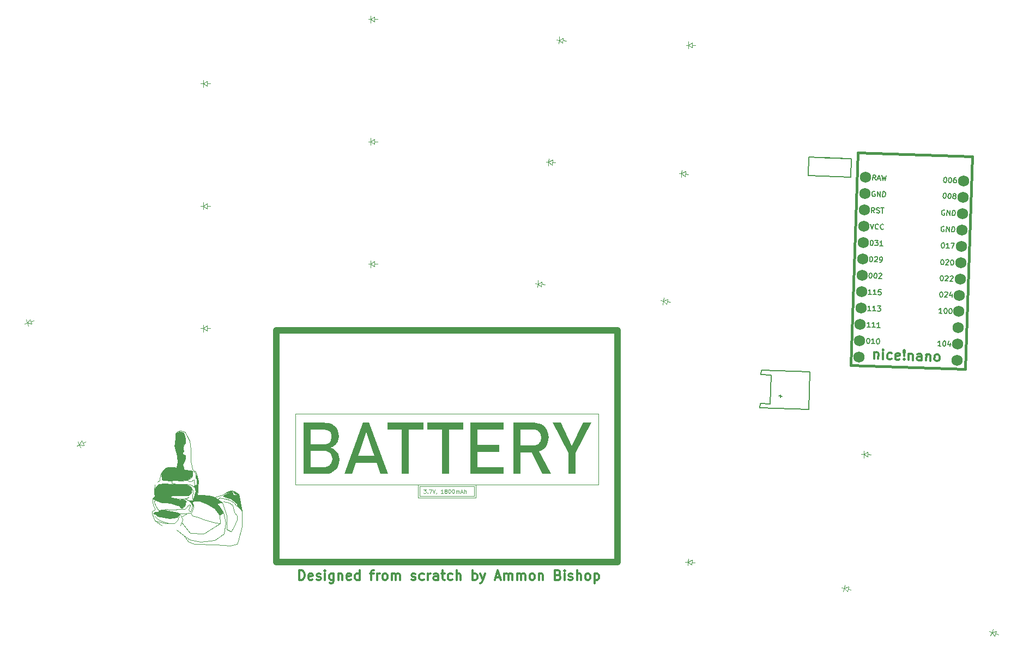
<source format=gbr>
%TF.GenerationSoftware,KiCad,Pcbnew,8.0.6*%
%TF.CreationDate,2025-01-06T03:54:34-07:00*%
%TF.ProjectId,left_circuit,6c656674-5f63-4697-9263-7569742e6b69,v1.0.0*%
%TF.SameCoordinates,Original*%
%TF.FileFunction,Legend,Top*%
%TF.FilePolarity,Positive*%
%FSLAX46Y46*%
G04 Gerber Fmt 4.6, Leading zero omitted, Abs format (unit mm)*
G04 Created by KiCad (PCBNEW 8.0.6) date 2025-01-06 03:54:34*
%MOMM*%
%LPD*%
G01*
G04 APERTURE LIST*
%ADD10C,0.120000*%
%ADD11C,0.100000*%
%ADD12C,1.000000*%
%ADD13C,0.125000*%
%ADD14C,0.300000*%
%ADD15C,0.150000*%
%ADD16C,0.381000*%
%ADD17C,1.752600*%
G04 APERTURE END LIST*
D10*
X147400000Y-193600000D02*
X147200000Y-193600000D01*
X148400000Y-191700000D02*
X148800000Y-191300000D01*
X153100000Y-193300000D02*
X153800000Y-194300000D01*
X147400000Y-189900000D02*
X147900000Y-189900000D01*
X147500000Y-185300000D02*
X147400000Y-185100000D01*
X146200000Y-196000000D02*
X146700000Y-195500000D01*
X152400000Y-191900000D02*
X153600000Y-191600000D01*
X165000000Y-179000000D02*
X212000000Y-179000000D01*
X146900000Y-194500000D02*
X146600000Y-194300000D01*
X149000000Y-194000000D02*
X148900000Y-194200000D01*
X147900000Y-182900000D02*
X147700000Y-182100000D01*
X184000000Y-192000000D02*
X193000000Y-192000000D01*
X146550000Y-192150000D02*
X147000000Y-192400000D01*
X149200000Y-192500000D02*
X148900000Y-192700000D01*
X148800000Y-187800000D02*
X147700000Y-187700000D01*
X150200000Y-198900000D02*
X148500000Y-198500000D01*
X148700000Y-190300000D02*
X148000000Y-190000000D01*
X145700000Y-189700000D02*
X145700000Y-189400000D01*
X153000000Y-192350000D02*
X153000000Y-192100000D01*
X153900000Y-191600000D02*
X154900000Y-191200000D01*
X146300000Y-193100000D02*
X145600000Y-192900000D01*
X155500000Y-192900000D02*
X155700000Y-193200000D01*
X146200000Y-192100000D02*
X145500000Y-191900000D01*
X155900000Y-193300000D02*
X156000000Y-193100000D01*
X147900000Y-185800000D02*
X147900000Y-185400000D01*
X148400000Y-193900000D02*
X148500000Y-194100000D01*
X156100000Y-191400000D02*
X155500000Y-191000000D01*
X146600000Y-195100000D02*
X146700000Y-194900000D01*
X149600000Y-189100000D02*
X149600000Y-190000000D01*
X148700000Y-190000000D02*
X149300000Y-190400000D01*
X147400000Y-195400000D02*
X147100000Y-196300000D01*
X147200000Y-181600000D02*
X147800000Y-181800000D01*
X149500000Y-190100000D02*
X149300000Y-190100000D01*
X143600000Y-195400000D02*
X144200000Y-195700000D01*
X145400000Y-195200000D02*
X146600000Y-195100000D01*
X155500000Y-191000000D02*
X156100000Y-191400000D01*
X156000000Y-191500000D01*
X155600000Y-191400000D01*
X155300000Y-191075000D01*
X155300000Y-190970000D01*
X155500000Y-191000000D01*
G36*
X155500000Y-191000000D02*
G01*
X156100000Y-191400000D01*
X156000000Y-191500000D01*
X155600000Y-191400000D01*
X155300000Y-191075000D01*
X155300000Y-190970000D01*
X155500000Y-191000000D01*
G37*
X148400000Y-193100000D02*
X148600000Y-193100000D01*
X153600000Y-192800000D02*
X154300000Y-194800000D01*
X143100000Y-193900000D02*
X143100000Y-193600000D01*
X156000000Y-193100000D02*
X155800000Y-192900000D01*
X145600000Y-191800000D02*
X146000000Y-191700000D01*
X142900000Y-193200000D02*
X142800000Y-192600000D01*
X146700000Y-186500000D02*
X146600000Y-185500000D01*
X146300000Y-183200000D02*
X146300000Y-182600000D01*
X155400000Y-191200000D02*
X155200000Y-190950000D01*
X149900000Y-189500000D02*
X149800000Y-190400000D01*
X149800000Y-191000000D01*
X149700000Y-191600000D01*
X151300000Y-191900000D01*
X152300000Y-192400000D01*
X153100000Y-193300000D01*
X153800000Y-194300000D01*
X153200000Y-194700000D01*
X152400000Y-193700000D01*
X151300000Y-193000000D01*
X150100000Y-192500000D01*
X149200000Y-192500000D01*
X148900000Y-192700000D01*
X149100000Y-193100000D01*
X149000000Y-193300000D01*
X148800000Y-192900000D01*
X148440000Y-192410000D01*
X148680000Y-192460000D01*
X149020000Y-192460000D01*
X149050000Y-192250000D01*
X149100000Y-192300000D01*
X149150000Y-192200000D01*
X149500000Y-191000000D01*
X149300000Y-190400000D01*
X149120000Y-190280000D01*
X149300000Y-190100000D01*
X149500000Y-190100000D01*
X149600000Y-190000000D01*
X149600000Y-189100000D01*
X149500000Y-189000000D01*
X149600000Y-188350000D01*
X149900000Y-189500000D01*
G36*
X149900000Y-189500000D02*
G01*
X149800000Y-190400000D01*
X149800000Y-191000000D01*
X149700000Y-191600000D01*
X151300000Y-191900000D01*
X152300000Y-192400000D01*
X153100000Y-193300000D01*
X153800000Y-194300000D01*
X153200000Y-194700000D01*
X152400000Y-193700000D01*
X151300000Y-193000000D01*
X150100000Y-192500000D01*
X149200000Y-192500000D01*
X148900000Y-192700000D01*
X149100000Y-193100000D01*
X149000000Y-193300000D01*
X148800000Y-192900000D01*
X148440000Y-192410000D01*
X148680000Y-192460000D01*
X149020000Y-192460000D01*
X149050000Y-192250000D01*
X149100000Y-192300000D01*
X149150000Y-192200000D01*
X149500000Y-191000000D01*
X149300000Y-190400000D01*
X149120000Y-190280000D01*
X149300000Y-190100000D01*
X149500000Y-190100000D01*
X149600000Y-190000000D01*
X149600000Y-189100000D01*
X149500000Y-189000000D01*
X149600000Y-188350000D01*
X149900000Y-189500000D01*
G37*
X149200000Y-189500000D02*
X149200000Y-189200000D01*
X148800000Y-192900000D02*
X148500000Y-192500000D01*
X149200000Y-189200000D02*
X149100000Y-189200000D01*
X145700000Y-189400000D02*
X145900000Y-189300000D01*
X149100000Y-192300000D02*
X149000000Y-192200000D01*
X155700000Y-191600000D02*
X156000000Y-191500000D01*
X144900000Y-192800000D02*
X144200000Y-192800000D01*
X153700000Y-191800000D02*
X153900000Y-191600000D01*
X153600000Y-191600000D02*
X154400000Y-191100000D01*
X148000000Y-192600000D02*
X147900000Y-192800000D01*
X147700000Y-187700000D02*
X147500000Y-187400000D01*
X146300000Y-193900000D02*
X146700000Y-193800000D01*
X156100000Y-191400000D02*
X156700000Y-194100000D01*
X147500000Y-194500000D02*
X146900000Y-194500000D01*
X155300000Y-192700000D02*
X155500000Y-192900000D01*
X150700000Y-197600000D02*
X148600000Y-197500000D01*
X147600000Y-184800000D02*
X147500000Y-184500000D01*
X149000000Y-188000000D02*
X148800000Y-187800000D01*
X155200000Y-193200000D02*
X154600000Y-192800000D01*
X144000000Y-188500000D02*
X144400000Y-187800000D01*
D11*
X155150000Y-191220000D02*
X155200000Y-191390000D01*
X155390000Y-191580000D01*
X155690000Y-191590000D01*
X156130000Y-191460000D01*
X156680000Y-194060000D01*
X155900000Y-193320000D01*
X155980000Y-193070000D01*
X155000000Y-192190000D01*
X153750000Y-191780000D01*
X153900000Y-191620000D01*
X154930000Y-191210000D01*
X155150000Y-191220000D01*
G36*
X155150000Y-191220000D02*
G01*
X155200000Y-191390000D01*
X155390000Y-191580000D01*
X155690000Y-191590000D01*
X156130000Y-191460000D01*
X156680000Y-194060000D01*
X155900000Y-193320000D01*
X155980000Y-193070000D01*
X155000000Y-192190000D01*
X153750000Y-191780000D01*
X153900000Y-191620000D01*
X154930000Y-191210000D01*
X155150000Y-191220000D01*
G37*
D10*
X148400000Y-198900000D02*
X147600000Y-197900000D01*
X148000000Y-192100000D02*
X147000000Y-192350000D01*
X147300000Y-195000000D02*
X147400000Y-195400000D01*
X148700000Y-194400000D02*
X149000000Y-194800000D01*
X149500000Y-191000000D02*
X149300000Y-191700000D01*
X146100000Y-189800000D02*
X145800000Y-189900000D01*
X147400000Y-189900000D02*
X146500000Y-189900000D01*
X147500000Y-184500000D02*
X147500000Y-184100000D01*
X142700000Y-194100000D02*
X143100000Y-193900000D01*
X153000000Y-192100000D02*
X153200000Y-192000000D01*
X148800000Y-189500000D02*
X148400000Y-189500000D01*
X151600000Y-191700000D02*
X152400000Y-191900000D01*
X153600000Y-192800000D01*
X152700000Y-192850000D01*
X150260000Y-191630000D01*
X151600000Y-191700000D01*
G36*
X151600000Y-191700000D02*
G01*
X152400000Y-191900000D01*
X153600000Y-192800000D01*
X152700000Y-192850000D01*
X150260000Y-191630000D01*
X151600000Y-191700000D01*
G37*
X149000000Y-188600000D02*
X149000000Y-188000000D01*
X147400000Y-185100000D02*
X147400000Y-184900000D01*
X145600000Y-191900000D02*
X145600000Y-191800000D01*
X145900000Y-189300000D02*
X146500000Y-189300000D01*
X149700000Y-191600000D02*
X150400000Y-191600000D01*
X144800000Y-187400000D02*
X145200000Y-187300000D01*
X154800000Y-199500000D02*
X152600000Y-199300000D01*
X156700000Y-194100000D02*
X156600000Y-194000000D01*
X156700000Y-194000000D01*
X156700000Y-194100000D01*
G36*
X156700000Y-194100000D02*
G01*
X156600000Y-194000000D01*
X156700000Y-194000000D01*
X156700000Y-194100000D01*
G37*
X151300000Y-191900000D02*
X152300000Y-192400000D01*
X147400000Y-184900000D02*
X147600000Y-184800000D01*
X147900000Y-192200000D02*
X147000000Y-192200000D01*
X148700000Y-186400000D02*
X148900000Y-187000000D01*
X148700000Y-189000000D02*
X149000000Y-188600000D01*
X147600000Y-197900000D02*
X146500000Y-197000000D01*
X153200000Y-194700000D02*
X152400000Y-193700000D01*
X149800000Y-191000000D02*
X149700000Y-191600000D01*
X146400000Y-184900000D02*
X146200000Y-184000000D01*
X146500000Y-189900000D02*
X145700000Y-189700000D01*
X155200000Y-191400000D02*
X155400000Y-191600000D01*
X148700000Y-194400000D02*
X147500000Y-194500000D01*
D12*
X215000000Y-202000000D02*
X215000000Y-166000000D01*
D10*
X147800000Y-193800000D02*
X148100000Y-193500000D01*
X148900000Y-194200000D02*
X148700000Y-194400000D01*
X143100000Y-192400000D02*
X143000000Y-192700000D01*
X143300000Y-193400000D02*
X143700000Y-194000000D01*
X144600000Y-193900000D02*
X144700000Y-193800000D01*
X149500000Y-189000000D02*
X149600000Y-189100000D01*
X146600000Y-194300000D02*
X144800000Y-194000000D01*
X145800000Y-189900000D02*
X144600000Y-189800000D01*
X147400000Y-186900000D02*
X147600000Y-186600000D01*
X149100000Y-193100000D02*
X149100000Y-193500000D01*
X144700000Y-193800000D02*
X145000000Y-193800000D01*
X147000000Y-192400000D02*
X147800000Y-192400000D01*
X153900000Y-197600000D02*
X152400000Y-198600000D01*
X146500000Y-189900000D02*
X148000000Y-190000000D01*
X148700000Y-190300000D01*
X148900000Y-190700000D01*
X148800000Y-191300000D01*
X148400000Y-191700000D01*
X146000000Y-191700000D01*
X145600000Y-191800000D01*
X145600000Y-191900000D01*
X146100000Y-192100000D01*
X146550000Y-192150000D01*
X147000000Y-192400000D01*
X147800000Y-192400000D01*
X147900000Y-192500000D01*
X147950000Y-192700000D01*
X147900000Y-192800000D01*
X147900000Y-193100000D01*
X147500000Y-193550000D01*
X147200000Y-193600000D01*
X146900000Y-193300000D01*
X145600000Y-192900000D01*
X144900000Y-192800000D01*
X144200000Y-192800000D01*
X143100000Y-192400000D01*
X142800000Y-192100000D01*
X143100000Y-191800000D01*
X143050000Y-191300000D01*
X143200000Y-190400000D01*
X143800000Y-189900000D01*
X144600000Y-189800000D01*
X145800000Y-189900000D01*
X146100000Y-189800000D01*
X146500000Y-189900000D01*
G36*
X146500000Y-189900000D02*
G01*
X148000000Y-190000000D01*
X148700000Y-190300000D01*
X148900000Y-190700000D01*
X148800000Y-191300000D01*
X148400000Y-191700000D01*
X146000000Y-191700000D01*
X145600000Y-191800000D01*
X145600000Y-191900000D01*
X146100000Y-192100000D01*
X146550000Y-192150000D01*
X147000000Y-192400000D01*
X147800000Y-192400000D01*
X147900000Y-192500000D01*
X147950000Y-192700000D01*
X147900000Y-192800000D01*
X147900000Y-193100000D01*
X147500000Y-193550000D01*
X147200000Y-193600000D01*
X146900000Y-193300000D01*
X145600000Y-192900000D01*
X144900000Y-192800000D01*
X144200000Y-192800000D01*
X143100000Y-192400000D01*
X142800000Y-192100000D01*
X143100000Y-191800000D01*
X143050000Y-191300000D01*
X143200000Y-190400000D01*
X143800000Y-189900000D01*
X144600000Y-189800000D01*
X145800000Y-189900000D01*
X146100000Y-189800000D01*
X146500000Y-189900000D01*
G37*
X152400000Y-191900000D02*
X153600000Y-192800000D01*
X149600000Y-190000000D02*
X149500000Y-190100000D01*
X147000000Y-189400000D02*
X148200000Y-189300000D01*
X150400000Y-191600000D02*
X151600000Y-191700000D01*
X148100000Y-193500000D02*
X148400000Y-193100000D01*
X149300000Y-190100000D02*
X149200000Y-189500000D01*
X147900000Y-185400000D02*
X147500000Y-185300000D01*
X144600000Y-193900000D02*
X144800000Y-194000000D01*
X149000000Y-193300000D02*
X148800000Y-192900000D01*
X149000000Y-191500000D02*
X149100000Y-191300000D01*
X155700000Y-193200000D02*
X155800000Y-193300000D01*
X153300000Y-196000000D02*
X153200000Y-194700000D01*
X146800000Y-194600000D02*
X146900000Y-194500000D01*
X148200000Y-182500000D02*
X148500000Y-183200000D01*
X143100000Y-195600000D02*
X142700000Y-194500000D01*
X155600000Y-191400000D02*
X155400000Y-191200000D01*
X144400000Y-187800000D02*
X144800000Y-187400000D01*
X149300000Y-199200000D02*
X148400000Y-198900000D01*
X154600000Y-192800000D02*
X153800000Y-192600000D01*
X149700000Y-188700000D02*
X149900000Y-189500000D01*
X146300000Y-182600000D02*
X146300000Y-182000000D01*
X145600000Y-192900000D02*
X144900000Y-192800000D01*
X155200000Y-191000000D02*
X154340000Y-191250000D01*
X154400000Y-191100000D01*
X154900000Y-190900000D01*
X155200000Y-191000000D01*
G36*
X155200000Y-191000000D02*
G01*
X154340000Y-191250000D01*
X154400000Y-191100000D01*
X154900000Y-190900000D01*
X155200000Y-191000000D01*
G37*
X155000000Y-192200000D02*
X154100000Y-191900000D01*
X143500000Y-189600000D02*
X143900000Y-189300000D01*
X156700000Y-194100000D02*
X156700000Y-196500000D01*
X155400000Y-191600000D02*
X155700000Y-191600000D01*
X165000000Y-190000000D02*
X165000000Y-179000000D01*
X142700000Y-194500000D02*
X142700000Y-194100000D01*
X146600000Y-185500000D02*
X146400000Y-184900000D01*
X148800000Y-191300000D02*
X148900000Y-190700000D01*
X155900000Y-195400000D02*
X155900000Y-194800000D01*
X154000000Y-192200000D02*
X154700000Y-192400000D01*
X148500000Y-193500000D02*
X148400000Y-193900000D01*
X146700000Y-195500000D02*
X146800000Y-195000000D01*
X154100000Y-195900000D02*
X153900000Y-197600000D01*
X154900000Y-191200000D02*
X155200000Y-191200000D01*
X147900000Y-183500000D02*
X147900000Y-182900000D01*
X145000000Y-193800000D02*
X145400000Y-193900000D01*
D12*
X162000000Y-166000000D02*
X162000000Y-202000000D01*
D10*
X155200000Y-191200000D02*
X155200000Y-191400000D01*
X146000000Y-191700000D02*
X147800000Y-191700000D01*
X148400000Y-191900000D02*
X148000000Y-192100000D01*
X149500000Y-188400000D02*
X149500000Y-188800000D01*
X148200000Y-189300000D02*
X148700000Y-189000000D01*
X148900000Y-187000000D02*
X149000000Y-187600000D01*
X148500000Y-183200000D02*
X148700000Y-184500000D01*
X146900000Y-194500000D02*
X147300000Y-195000000D01*
X149500000Y-188800000D02*
X149500000Y-189000000D01*
X143100000Y-195600000D02*
X144700000Y-196000000D01*
X147800000Y-192600000D02*
X146200000Y-192100000D01*
X144300000Y-195000000D02*
X145400000Y-195200000D01*
X146300000Y-182000000D02*
X146700000Y-181700000D01*
X143900000Y-189300000D02*
X144000000Y-188500000D01*
X147600000Y-193500000D02*
X147400000Y-193600000D01*
X155000000Y-197300000D02*
X155400000Y-196600000D01*
X156700000Y-196500000D02*
X156100000Y-198700000D01*
X144200000Y-195700000D02*
X145300000Y-196000000D01*
X152300000Y-192400000D02*
X153100000Y-193300000D01*
X143100000Y-191800000D02*
X143000000Y-190800000D01*
X152400000Y-193700000D02*
X151300000Y-193000000D01*
X146000000Y-187300000D02*
X146500000Y-187400000D01*
X149900000Y-195100000D02*
X150700000Y-195400000D01*
X147300000Y-181850000D02*
X147600000Y-182000000D01*
X147800000Y-182500000D01*
X147900000Y-182900000D01*
X147900000Y-183500000D01*
X147500000Y-184100000D01*
X147500000Y-184500000D01*
X147600000Y-184800000D01*
X147400000Y-185000000D01*
X147400000Y-185100000D01*
X147500000Y-185300000D01*
X147900000Y-185400000D01*
X147900000Y-185800000D01*
X147750000Y-186200000D01*
X147400000Y-186900000D01*
X147700000Y-187700000D01*
X148800000Y-187800000D01*
X149000000Y-188000000D01*
X149000000Y-188600000D01*
X148700000Y-189000000D01*
X148200000Y-189300000D01*
X147000000Y-189400000D01*
X146500000Y-189300000D01*
X145900000Y-189300000D01*
X145700000Y-189400000D01*
X144200000Y-189200000D01*
X144200000Y-189000000D01*
X144100000Y-188500000D01*
X144100000Y-188300000D01*
X144400000Y-187800000D01*
X144800000Y-187400000D01*
X145200000Y-187300000D01*
X146000000Y-187300000D01*
X146500000Y-187400000D01*
X146700000Y-186500000D01*
X146650000Y-186000000D01*
X146500000Y-185200000D01*
X146300000Y-184450000D01*
X146250000Y-183600000D01*
X146300000Y-182600000D01*
X146300000Y-182000000D01*
X146500000Y-181850000D01*
X147100000Y-181800000D01*
X147300000Y-181850000D01*
G36*
X147300000Y-181850000D02*
G01*
X147600000Y-182000000D01*
X147800000Y-182500000D01*
X147900000Y-182900000D01*
X147900000Y-183500000D01*
X147500000Y-184100000D01*
X147500000Y-184500000D01*
X147600000Y-184800000D01*
X147400000Y-185000000D01*
X147400000Y-185100000D01*
X147500000Y-185300000D01*
X147900000Y-185400000D01*
X147900000Y-185800000D01*
X147750000Y-186200000D01*
X147400000Y-186900000D01*
X147700000Y-187700000D01*
X148800000Y-187800000D01*
X149000000Y-188000000D01*
X149000000Y-188600000D01*
X148700000Y-189000000D01*
X148200000Y-189300000D01*
X147000000Y-189400000D01*
X146500000Y-189300000D01*
X145900000Y-189300000D01*
X145700000Y-189400000D01*
X144200000Y-189200000D01*
X144200000Y-189000000D01*
X144100000Y-188500000D01*
X144100000Y-188300000D01*
X144400000Y-187800000D01*
X144800000Y-187400000D01*
X145200000Y-187300000D01*
X146000000Y-187300000D01*
X146500000Y-187400000D01*
X146700000Y-186500000D01*
X146650000Y-186000000D01*
X146500000Y-185200000D01*
X146300000Y-184450000D01*
X146250000Y-183600000D01*
X146300000Y-182600000D01*
X146300000Y-182000000D01*
X146500000Y-181850000D01*
X147100000Y-181800000D01*
X147300000Y-181850000D01*
G37*
X151300000Y-193000000D02*
X150100000Y-192500000D01*
X149000000Y-191100000D02*
X149100000Y-190900000D01*
X146500000Y-189300000D02*
X147000000Y-189400000D01*
X147900000Y-192800000D02*
X147900000Y-193100000D01*
X146500000Y-187400000D02*
X146700000Y-186500000D01*
X148500000Y-198500000D02*
X147600000Y-197900000D01*
X147000000Y-192200000D02*
X146100000Y-192100000D01*
X153200000Y-192000000D02*
X154000000Y-192200000D01*
X143100000Y-194900000D02*
X143600000Y-195400000D01*
X212000000Y-190000000D02*
X165000000Y-190000000D01*
X155500000Y-194300000D02*
X155200000Y-193200000D01*
X155200000Y-191000000D02*
X154000000Y-191350000D01*
X144200000Y-196300000D02*
X143100000Y-195600000D01*
X148500000Y-194100000D02*
X148700000Y-194100000D01*
X149000000Y-187600000D02*
X149500000Y-188000000D01*
X154700000Y-192400000D02*
X155300000Y-192700000D01*
X149500000Y-188000000D02*
X149700000Y-188700000D01*
X146800000Y-195000000D02*
X146900000Y-194500000D01*
X154100000Y-191900000D02*
X153700000Y-191800000D01*
X145400000Y-193900000D02*
X146300000Y-193900000D01*
X149900000Y-189500000D02*
X149800000Y-190400000D01*
X193000000Y-192000000D02*
X193000000Y-190000000D01*
X147300000Y-195000000D02*
X148100000Y-194450000D01*
X152600000Y-199300000D02*
X149300000Y-199200000D01*
X146200000Y-184000000D02*
X146300000Y-183200000D01*
X147700000Y-182100000D02*
X147500000Y-181900000D01*
X143100000Y-193600000D02*
X142900000Y-193200000D01*
X148900000Y-192700000D02*
X149100000Y-193100000D01*
X150700000Y-195400000D02*
X152500000Y-195900000D01*
X155900000Y-194800000D02*
X155500000Y-194300000D01*
X146700000Y-194900000D02*
X146800000Y-194600000D01*
X147100000Y-181800000D02*
X146500000Y-181850000D01*
X153800000Y-194300000D02*
X154100000Y-195900000D01*
X155800000Y-192900000D02*
X155000000Y-192200000D01*
X149100000Y-193500000D02*
X149000000Y-194000000D01*
X149000000Y-193300000D02*
X149100000Y-193500000D01*
X147800000Y-192400000D02*
X148000000Y-192600000D01*
X146900000Y-193300000D02*
X146300000Y-193100000D01*
X151600000Y-191700000D02*
X152400000Y-191900000D01*
X147500000Y-181900000D02*
X147100000Y-181800000D01*
X147600000Y-186600000D02*
X147900000Y-185800000D01*
X149800000Y-190400000D02*
X149800000Y-191000000D01*
D12*
X162000000Y-202000000D02*
X215000000Y-202000000D01*
D10*
X156100000Y-198700000D02*
X155900000Y-199200000D01*
X147800000Y-181800000D02*
X148200000Y-182500000D01*
X154300000Y-196900000D02*
X155000000Y-197300000D01*
X147200000Y-193600000D02*
X146900000Y-193300000D01*
X146700000Y-193800000D02*
X147800000Y-193800000D01*
X149000000Y-191700000D02*
X149000000Y-191500000D01*
X149700000Y-191600000D02*
X151300000Y-191900000D01*
X147500000Y-184100000D02*
X147900000Y-183500000D01*
X147900000Y-189900000D02*
X148700000Y-190000000D01*
X152500000Y-195900000D02*
X153300000Y-196000000D01*
X149100000Y-190900000D02*
X148900000Y-190700000D01*
X148000000Y-190000000D02*
X147400000Y-189900000D01*
X149100000Y-191300000D02*
X149000000Y-191100000D01*
X149300000Y-191700000D02*
X149200000Y-192100000D01*
X146100000Y-192100000D02*
X145600000Y-191900000D01*
X149300000Y-188000000D02*
X149500000Y-188400000D01*
X184000000Y-190000000D02*
X184000000Y-192000000D01*
X146700000Y-181700000D02*
X147200000Y-181600000D01*
X144700000Y-196000000D02*
X146200000Y-196000000D01*
X155400000Y-196600000D02*
X155900000Y-195400000D01*
X154900000Y-190900000D02*
X154400000Y-191100000D01*
X147900000Y-193100000D02*
X147600000Y-193500000D01*
X156000000Y-191500000D02*
X155600000Y-191400000D01*
X155900000Y-199200000D02*
X154800000Y-199500000D01*
X152400000Y-198600000D02*
X150200000Y-198900000D01*
X142800000Y-192600000D02*
X142800000Y-192100000D01*
X145700000Y-189400000D02*
X144500000Y-189300000D01*
X144600000Y-189800000D02*
X143800000Y-189900000D01*
X148400000Y-189500000D02*
X148200000Y-189300000D01*
X147500000Y-187400000D02*
X147400000Y-186900000D01*
X148600000Y-193100000D02*
X148500000Y-193500000D01*
X148900000Y-187900000D02*
X149300000Y-188000000D01*
X148800000Y-193900000D02*
X149000000Y-193300000D01*
D12*
X215000000Y-166000000D02*
X162000000Y-166000000D01*
D10*
X154300000Y-194800000D02*
X154300000Y-196900000D01*
X155500000Y-191000000D02*
X154900000Y-190900000D01*
X150100000Y-192500000D02*
X149200000Y-192500000D01*
X144800000Y-194000000D02*
X146600000Y-194300000D01*
X146900000Y-194500000D01*
X146600000Y-195100000D01*
X145400000Y-195200000D01*
X143500000Y-194900000D01*
X143200000Y-194600000D01*
X142900000Y-194500000D01*
X143100000Y-194200000D01*
X143700000Y-194200000D01*
X143700000Y-194000000D01*
X144260000Y-193910000D01*
X144650000Y-193850000D01*
X144800000Y-194000000D01*
G36*
X144800000Y-194000000D02*
G01*
X146600000Y-194300000D01*
X146900000Y-194500000D01*
X146600000Y-195100000D01*
X145400000Y-195200000D01*
X143500000Y-194900000D01*
X143200000Y-194600000D01*
X142900000Y-194500000D01*
X143100000Y-194200000D01*
X143700000Y-194200000D01*
X143700000Y-194000000D01*
X144260000Y-193910000D01*
X144650000Y-193850000D01*
X144800000Y-194000000D01*
G37*
X149000000Y-192200000D02*
X149000000Y-191700000D01*
X148700000Y-184500000D02*
X148700000Y-185500000D01*
X149200000Y-192100000D02*
X149100000Y-192300000D01*
X143000000Y-190800000D02*
X143100000Y-190000000D01*
X149000000Y-194800000D02*
X149900000Y-195100000D01*
X148600000Y-197500000D02*
X147250000Y-195850000D01*
X212000000Y-179000000D02*
X212000000Y-190000000D01*
X148700000Y-185500000D02*
X148700000Y-186400000D01*
X149100000Y-189200000D02*
X148800000Y-189500000D01*
X145200000Y-187300000D02*
X146000000Y-187300000D01*
X149300000Y-190400000D02*
X149500000Y-191000000D01*
X155800000Y-193300000D02*
X155900000Y-193300000D01*
X148500000Y-192500000D02*
X147900000Y-192200000D01*
X147800000Y-191700000D02*
X148400000Y-191700000D01*
X148700000Y-194100000D02*
X148800000Y-193900000D01*
X148900000Y-190700000D02*
X148700000Y-190300000D01*
X144500000Y-189300000D02*
X144200000Y-189200000D01*
X143000000Y-192700000D02*
X143300000Y-193400000D01*
X153300000Y-196000000D02*
X150700000Y-197600000D01*
D13*
G36*
X166901325Y-188320000D02*
G01*
X166901325Y-187286364D01*
X169054570Y-187286364D01*
X169465753Y-187265237D01*
X169850968Y-187190962D01*
X170210541Y-187027558D01*
X170310956Y-186948332D01*
X170550060Y-186636943D01*
X170667268Y-186255254D01*
X170680251Y-186055380D01*
X170680251Y-186039748D01*
X170636012Y-185630703D01*
X170488243Y-185263228D01*
X170365666Y-185097948D01*
X170042668Y-184868964D01*
X169664078Y-184766388D01*
X169328122Y-184744284D01*
X166901325Y-184744284D01*
X166901325Y-183738004D01*
X169328122Y-183738004D01*
X169717711Y-183703371D01*
X170108698Y-183559115D01*
X170260153Y-183444912D01*
X170485954Y-183110891D01*
X170569822Y-182725556D01*
X170574738Y-182589085D01*
X170525553Y-182184436D01*
X170343844Y-181819308D01*
X170224982Y-181698087D01*
X169883082Y-181505792D01*
X169465015Y-181415300D01*
X169175715Y-181401088D01*
X166901325Y-181401088D01*
X166901325Y-180369406D01*
X169378925Y-180369406D01*
X169798206Y-180389946D01*
X170234059Y-180465827D01*
X170612504Y-180597621D01*
X170974716Y-180816707D01*
X171127704Y-180953635D01*
X171379030Y-181270785D01*
X171558548Y-181638004D01*
X171666259Y-182055293D01*
X171701602Y-182461493D01*
X171702163Y-182522651D01*
X171660834Y-182920593D01*
X171536849Y-183294985D01*
X171352407Y-183614905D01*
X171064618Y-183912517D01*
X170720847Y-184109743D01*
X170344562Y-184227535D01*
X170252337Y-184246029D01*
X170641519Y-184341736D01*
X171012310Y-184528200D01*
X171318225Y-184799004D01*
X171397348Y-184896692D01*
X171612701Y-185250424D01*
X171748294Y-185635068D01*
X171804127Y-186050625D01*
X171805722Y-186137445D01*
X171805722Y-186155031D01*
X171775615Y-186562701D01*
X171667477Y-186984417D01*
X171480692Y-187358994D01*
X171215261Y-187686432D01*
X171176552Y-187724047D01*
X170834002Y-187984776D01*
X170435519Y-188171011D01*
X170040966Y-188272859D01*
X169603590Y-188317672D01*
X169470760Y-188320000D01*
X166901325Y-188320000D01*
G37*
G36*
X166244801Y-188320000D02*
G01*
X166244801Y-180369406D01*
X167354640Y-180369406D01*
X167354640Y-188320000D01*
X166244801Y-188320000D01*
G37*
G36*
X172544312Y-188320000D02*
G01*
X175475226Y-180369406D01*
X176426796Y-180369406D01*
X179357711Y-188320000D01*
X178156036Y-188320000D01*
X175951988Y-181905205D01*
X173747941Y-188320000D01*
X172544312Y-188320000D01*
G37*
G36*
X173894487Y-186575129D02*
G01*
X173894487Y-185514138D01*
X178077878Y-185514138D01*
X178077878Y-186575129D01*
X173894487Y-186575129D01*
G37*
G36*
X181489462Y-188320000D02*
G01*
X181489462Y-181020069D01*
X182605164Y-181020069D01*
X182605164Y-188320000D01*
X181489462Y-188320000D01*
G37*
G36*
X179242428Y-181428443D02*
G01*
X179242428Y-180369406D01*
X184854152Y-180369406D01*
X184854152Y-181428443D01*
X179242428Y-181428443D01*
G37*
G36*
X187703000Y-188320000D02*
G01*
X187703000Y-181020069D01*
X188818702Y-181020069D01*
X188818702Y-188320000D01*
X187703000Y-188320000D01*
G37*
G36*
X185455966Y-181428443D02*
G01*
X185455966Y-180369406D01*
X191067690Y-180369406D01*
X191067690Y-181428443D01*
X185455966Y-181428443D01*
G37*
G36*
X192161898Y-188320000D02*
G01*
X192161898Y-180369406D01*
X193277599Y-180369406D01*
X193277599Y-188320000D01*
X192161898Y-188320000D01*
G37*
G36*
X192703140Y-188320000D02*
G01*
X192703140Y-187259009D01*
X197269504Y-187259009D01*
X197269504Y-188320000D01*
X192703140Y-188320000D01*
G37*
G36*
X192703140Y-184902554D02*
G01*
X192703140Y-183841563D01*
X196667690Y-183841563D01*
X196667690Y-184902554D01*
X192703140Y-184902554D01*
G37*
G36*
X192703140Y-181428443D02*
G01*
X192703140Y-180369406D01*
X197269504Y-180369406D01*
X197269504Y-181428443D01*
X192703140Y-181428443D01*
G37*
G36*
X199338729Y-184957264D02*
G01*
X199338729Y-183896273D01*
X202050802Y-183896273D01*
X202439866Y-183831572D01*
X202775375Y-183618651D01*
X202832379Y-183558241D01*
X203034070Y-183218866D01*
X203120221Y-182828718D01*
X203127425Y-182659427D01*
X203078731Y-182243085D01*
X202917378Y-181875499D01*
X202832379Y-181764521D01*
X202513699Y-181520489D01*
X202110871Y-181425864D01*
X202050802Y-181424535D01*
X199338729Y-181424535D01*
X199338729Y-180363545D01*
X202007815Y-180363545D01*
X202424364Y-180391594D01*
X202806947Y-180475744D01*
X203188560Y-180633103D01*
X203221214Y-180650774D01*
X203551066Y-180875027D01*
X203825967Y-181152846D01*
X204028192Y-181451891D01*
X204191722Y-181826429D01*
X204287372Y-182243451D01*
X204315422Y-182659427D01*
X204286990Y-183073724D01*
X204190039Y-183490662D01*
X204024284Y-183866964D01*
X203798457Y-184194591D01*
X203518602Y-184468191D01*
X203217306Y-184670034D01*
X202841655Y-184833565D01*
X202423982Y-184929214D01*
X202007815Y-184957264D01*
X199338729Y-184957264D01*
G37*
G36*
X198852198Y-188320000D02*
G01*
X198852198Y-180363545D01*
X199967899Y-180363545D01*
X199967899Y-188320000D01*
X198852198Y-188320000D01*
G37*
G36*
X203324773Y-188320000D02*
G01*
X201503698Y-184711067D01*
X202613538Y-184459009D01*
X204649546Y-188320000D01*
X203324773Y-188320000D01*
G37*
G36*
X210909979Y-180369406D02*
G01*
X208487090Y-185088178D01*
X208487090Y-188320000D01*
X207371388Y-188320000D01*
X207371388Y-185088178D01*
X204948499Y-180369406D01*
X206189253Y-180369406D01*
X207928262Y-183956845D01*
X209667271Y-180369406D01*
X210909979Y-180369406D01*
G37*
D14*
X165554510Y-204800828D02*
X165554510Y-203300828D01*
X165554510Y-203300828D02*
X165911653Y-203300828D01*
X165911653Y-203300828D02*
X166125939Y-203372257D01*
X166125939Y-203372257D02*
X166268796Y-203515114D01*
X166268796Y-203515114D02*
X166340225Y-203657971D01*
X166340225Y-203657971D02*
X166411653Y-203943685D01*
X166411653Y-203943685D02*
X166411653Y-204157971D01*
X166411653Y-204157971D02*
X166340225Y-204443685D01*
X166340225Y-204443685D02*
X166268796Y-204586542D01*
X166268796Y-204586542D02*
X166125939Y-204729400D01*
X166125939Y-204729400D02*
X165911653Y-204800828D01*
X165911653Y-204800828D02*
X165554510Y-204800828D01*
X167625939Y-204729400D02*
X167483082Y-204800828D01*
X167483082Y-204800828D02*
X167197368Y-204800828D01*
X167197368Y-204800828D02*
X167054510Y-204729400D01*
X167054510Y-204729400D02*
X166983082Y-204586542D01*
X166983082Y-204586542D02*
X166983082Y-204015114D01*
X166983082Y-204015114D02*
X167054510Y-203872257D01*
X167054510Y-203872257D02*
X167197368Y-203800828D01*
X167197368Y-203800828D02*
X167483082Y-203800828D01*
X167483082Y-203800828D02*
X167625939Y-203872257D01*
X167625939Y-203872257D02*
X167697368Y-204015114D01*
X167697368Y-204015114D02*
X167697368Y-204157971D01*
X167697368Y-204157971D02*
X166983082Y-204300828D01*
X168268796Y-204729400D02*
X168411653Y-204800828D01*
X168411653Y-204800828D02*
X168697367Y-204800828D01*
X168697367Y-204800828D02*
X168840224Y-204729400D01*
X168840224Y-204729400D02*
X168911653Y-204586542D01*
X168911653Y-204586542D02*
X168911653Y-204515114D01*
X168911653Y-204515114D02*
X168840224Y-204372257D01*
X168840224Y-204372257D02*
X168697367Y-204300828D01*
X168697367Y-204300828D02*
X168483082Y-204300828D01*
X168483082Y-204300828D02*
X168340224Y-204229400D01*
X168340224Y-204229400D02*
X168268796Y-204086542D01*
X168268796Y-204086542D02*
X168268796Y-204015114D01*
X168268796Y-204015114D02*
X168340224Y-203872257D01*
X168340224Y-203872257D02*
X168483082Y-203800828D01*
X168483082Y-203800828D02*
X168697367Y-203800828D01*
X168697367Y-203800828D02*
X168840224Y-203872257D01*
X169554510Y-204800828D02*
X169554510Y-203800828D01*
X169554510Y-203300828D02*
X169483082Y-203372257D01*
X169483082Y-203372257D02*
X169554510Y-203443685D01*
X169554510Y-203443685D02*
X169625939Y-203372257D01*
X169625939Y-203372257D02*
X169554510Y-203300828D01*
X169554510Y-203300828D02*
X169554510Y-203443685D01*
X170911654Y-203800828D02*
X170911654Y-205015114D01*
X170911654Y-205015114D02*
X170840225Y-205157971D01*
X170840225Y-205157971D02*
X170768796Y-205229400D01*
X170768796Y-205229400D02*
X170625939Y-205300828D01*
X170625939Y-205300828D02*
X170411654Y-205300828D01*
X170411654Y-205300828D02*
X170268796Y-205229400D01*
X170911654Y-204729400D02*
X170768796Y-204800828D01*
X170768796Y-204800828D02*
X170483082Y-204800828D01*
X170483082Y-204800828D02*
X170340225Y-204729400D01*
X170340225Y-204729400D02*
X170268796Y-204657971D01*
X170268796Y-204657971D02*
X170197368Y-204515114D01*
X170197368Y-204515114D02*
X170197368Y-204086542D01*
X170197368Y-204086542D02*
X170268796Y-203943685D01*
X170268796Y-203943685D02*
X170340225Y-203872257D01*
X170340225Y-203872257D02*
X170483082Y-203800828D01*
X170483082Y-203800828D02*
X170768796Y-203800828D01*
X170768796Y-203800828D02*
X170911654Y-203872257D01*
X171625939Y-203800828D02*
X171625939Y-204800828D01*
X171625939Y-203943685D02*
X171697368Y-203872257D01*
X171697368Y-203872257D02*
X171840225Y-203800828D01*
X171840225Y-203800828D02*
X172054511Y-203800828D01*
X172054511Y-203800828D02*
X172197368Y-203872257D01*
X172197368Y-203872257D02*
X172268797Y-204015114D01*
X172268797Y-204015114D02*
X172268797Y-204800828D01*
X173554511Y-204729400D02*
X173411654Y-204800828D01*
X173411654Y-204800828D02*
X173125940Y-204800828D01*
X173125940Y-204800828D02*
X172983082Y-204729400D01*
X172983082Y-204729400D02*
X172911654Y-204586542D01*
X172911654Y-204586542D02*
X172911654Y-204015114D01*
X172911654Y-204015114D02*
X172983082Y-203872257D01*
X172983082Y-203872257D02*
X173125940Y-203800828D01*
X173125940Y-203800828D02*
X173411654Y-203800828D01*
X173411654Y-203800828D02*
X173554511Y-203872257D01*
X173554511Y-203872257D02*
X173625940Y-204015114D01*
X173625940Y-204015114D02*
X173625940Y-204157971D01*
X173625940Y-204157971D02*
X172911654Y-204300828D01*
X174911654Y-204800828D02*
X174911654Y-203300828D01*
X174911654Y-204729400D02*
X174768796Y-204800828D01*
X174768796Y-204800828D02*
X174483082Y-204800828D01*
X174483082Y-204800828D02*
X174340225Y-204729400D01*
X174340225Y-204729400D02*
X174268796Y-204657971D01*
X174268796Y-204657971D02*
X174197368Y-204515114D01*
X174197368Y-204515114D02*
X174197368Y-204086542D01*
X174197368Y-204086542D02*
X174268796Y-203943685D01*
X174268796Y-203943685D02*
X174340225Y-203872257D01*
X174340225Y-203872257D02*
X174483082Y-203800828D01*
X174483082Y-203800828D02*
X174768796Y-203800828D01*
X174768796Y-203800828D02*
X174911654Y-203872257D01*
X176554511Y-203800828D02*
X177125939Y-203800828D01*
X176768796Y-204800828D02*
X176768796Y-203515114D01*
X176768796Y-203515114D02*
X176840225Y-203372257D01*
X176840225Y-203372257D02*
X176983082Y-203300828D01*
X176983082Y-203300828D02*
X177125939Y-203300828D01*
X177625939Y-204800828D02*
X177625939Y-203800828D01*
X177625939Y-204086542D02*
X177697368Y-203943685D01*
X177697368Y-203943685D02*
X177768797Y-203872257D01*
X177768797Y-203872257D02*
X177911654Y-203800828D01*
X177911654Y-203800828D02*
X178054511Y-203800828D01*
X178768796Y-204800828D02*
X178625939Y-204729400D01*
X178625939Y-204729400D02*
X178554510Y-204657971D01*
X178554510Y-204657971D02*
X178483082Y-204515114D01*
X178483082Y-204515114D02*
X178483082Y-204086542D01*
X178483082Y-204086542D02*
X178554510Y-203943685D01*
X178554510Y-203943685D02*
X178625939Y-203872257D01*
X178625939Y-203872257D02*
X178768796Y-203800828D01*
X178768796Y-203800828D02*
X178983082Y-203800828D01*
X178983082Y-203800828D02*
X179125939Y-203872257D01*
X179125939Y-203872257D02*
X179197368Y-203943685D01*
X179197368Y-203943685D02*
X179268796Y-204086542D01*
X179268796Y-204086542D02*
X179268796Y-204515114D01*
X179268796Y-204515114D02*
X179197368Y-204657971D01*
X179197368Y-204657971D02*
X179125939Y-204729400D01*
X179125939Y-204729400D02*
X178983082Y-204800828D01*
X178983082Y-204800828D02*
X178768796Y-204800828D01*
X179911653Y-204800828D02*
X179911653Y-203800828D01*
X179911653Y-203943685D02*
X179983082Y-203872257D01*
X179983082Y-203872257D02*
X180125939Y-203800828D01*
X180125939Y-203800828D02*
X180340225Y-203800828D01*
X180340225Y-203800828D02*
X180483082Y-203872257D01*
X180483082Y-203872257D02*
X180554511Y-204015114D01*
X180554511Y-204015114D02*
X180554511Y-204800828D01*
X180554511Y-204015114D02*
X180625939Y-203872257D01*
X180625939Y-203872257D02*
X180768796Y-203800828D01*
X180768796Y-203800828D02*
X180983082Y-203800828D01*
X180983082Y-203800828D02*
X181125939Y-203872257D01*
X181125939Y-203872257D02*
X181197368Y-204015114D01*
X181197368Y-204015114D02*
X181197368Y-204800828D01*
X182983082Y-204729400D02*
X183125939Y-204800828D01*
X183125939Y-204800828D02*
X183411653Y-204800828D01*
X183411653Y-204800828D02*
X183554510Y-204729400D01*
X183554510Y-204729400D02*
X183625939Y-204586542D01*
X183625939Y-204586542D02*
X183625939Y-204515114D01*
X183625939Y-204515114D02*
X183554510Y-204372257D01*
X183554510Y-204372257D02*
X183411653Y-204300828D01*
X183411653Y-204300828D02*
X183197368Y-204300828D01*
X183197368Y-204300828D02*
X183054510Y-204229400D01*
X183054510Y-204229400D02*
X182983082Y-204086542D01*
X182983082Y-204086542D02*
X182983082Y-204015114D01*
X182983082Y-204015114D02*
X183054510Y-203872257D01*
X183054510Y-203872257D02*
X183197368Y-203800828D01*
X183197368Y-203800828D02*
X183411653Y-203800828D01*
X183411653Y-203800828D02*
X183554510Y-203872257D01*
X184911654Y-204729400D02*
X184768796Y-204800828D01*
X184768796Y-204800828D02*
X184483082Y-204800828D01*
X184483082Y-204800828D02*
X184340225Y-204729400D01*
X184340225Y-204729400D02*
X184268796Y-204657971D01*
X184268796Y-204657971D02*
X184197368Y-204515114D01*
X184197368Y-204515114D02*
X184197368Y-204086542D01*
X184197368Y-204086542D02*
X184268796Y-203943685D01*
X184268796Y-203943685D02*
X184340225Y-203872257D01*
X184340225Y-203872257D02*
X184483082Y-203800828D01*
X184483082Y-203800828D02*
X184768796Y-203800828D01*
X184768796Y-203800828D02*
X184911654Y-203872257D01*
X185554510Y-204800828D02*
X185554510Y-203800828D01*
X185554510Y-204086542D02*
X185625939Y-203943685D01*
X185625939Y-203943685D02*
X185697368Y-203872257D01*
X185697368Y-203872257D02*
X185840225Y-203800828D01*
X185840225Y-203800828D02*
X185983082Y-203800828D01*
X187125939Y-204800828D02*
X187125939Y-204015114D01*
X187125939Y-204015114D02*
X187054510Y-203872257D01*
X187054510Y-203872257D02*
X186911653Y-203800828D01*
X186911653Y-203800828D02*
X186625939Y-203800828D01*
X186625939Y-203800828D02*
X186483081Y-203872257D01*
X187125939Y-204729400D02*
X186983081Y-204800828D01*
X186983081Y-204800828D02*
X186625939Y-204800828D01*
X186625939Y-204800828D02*
X186483081Y-204729400D01*
X186483081Y-204729400D02*
X186411653Y-204586542D01*
X186411653Y-204586542D02*
X186411653Y-204443685D01*
X186411653Y-204443685D02*
X186483081Y-204300828D01*
X186483081Y-204300828D02*
X186625939Y-204229400D01*
X186625939Y-204229400D02*
X186983081Y-204229400D01*
X186983081Y-204229400D02*
X187125939Y-204157971D01*
X187625939Y-203800828D02*
X188197367Y-203800828D01*
X187840224Y-203300828D02*
X187840224Y-204586542D01*
X187840224Y-204586542D02*
X187911653Y-204729400D01*
X187911653Y-204729400D02*
X188054510Y-204800828D01*
X188054510Y-204800828D02*
X188197367Y-204800828D01*
X189340225Y-204729400D02*
X189197367Y-204800828D01*
X189197367Y-204800828D02*
X188911653Y-204800828D01*
X188911653Y-204800828D02*
X188768796Y-204729400D01*
X188768796Y-204729400D02*
X188697367Y-204657971D01*
X188697367Y-204657971D02*
X188625939Y-204515114D01*
X188625939Y-204515114D02*
X188625939Y-204086542D01*
X188625939Y-204086542D02*
X188697367Y-203943685D01*
X188697367Y-203943685D02*
X188768796Y-203872257D01*
X188768796Y-203872257D02*
X188911653Y-203800828D01*
X188911653Y-203800828D02*
X189197367Y-203800828D01*
X189197367Y-203800828D02*
X189340225Y-203872257D01*
X189983081Y-204800828D02*
X189983081Y-203300828D01*
X190625939Y-204800828D02*
X190625939Y-204015114D01*
X190625939Y-204015114D02*
X190554510Y-203872257D01*
X190554510Y-203872257D02*
X190411653Y-203800828D01*
X190411653Y-203800828D02*
X190197367Y-203800828D01*
X190197367Y-203800828D02*
X190054510Y-203872257D01*
X190054510Y-203872257D02*
X189983081Y-203943685D01*
X192483081Y-204800828D02*
X192483081Y-203300828D01*
X192483081Y-203872257D02*
X192625939Y-203800828D01*
X192625939Y-203800828D02*
X192911653Y-203800828D01*
X192911653Y-203800828D02*
X193054510Y-203872257D01*
X193054510Y-203872257D02*
X193125939Y-203943685D01*
X193125939Y-203943685D02*
X193197367Y-204086542D01*
X193197367Y-204086542D02*
X193197367Y-204515114D01*
X193197367Y-204515114D02*
X193125939Y-204657971D01*
X193125939Y-204657971D02*
X193054510Y-204729400D01*
X193054510Y-204729400D02*
X192911653Y-204800828D01*
X192911653Y-204800828D02*
X192625939Y-204800828D01*
X192625939Y-204800828D02*
X192483081Y-204729400D01*
X193697367Y-203800828D02*
X194054510Y-204800828D01*
X194411653Y-203800828D02*
X194054510Y-204800828D01*
X194054510Y-204800828D02*
X193911653Y-205157971D01*
X193911653Y-205157971D02*
X193840224Y-205229400D01*
X193840224Y-205229400D02*
X193697367Y-205300828D01*
X196054510Y-204372257D02*
X196768796Y-204372257D01*
X195911653Y-204800828D02*
X196411653Y-203300828D01*
X196411653Y-203300828D02*
X196911653Y-204800828D01*
X197411652Y-204800828D02*
X197411652Y-203800828D01*
X197411652Y-203943685D02*
X197483081Y-203872257D01*
X197483081Y-203872257D02*
X197625938Y-203800828D01*
X197625938Y-203800828D02*
X197840224Y-203800828D01*
X197840224Y-203800828D02*
X197983081Y-203872257D01*
X197983081Y-203872257D02*
X198054510Y-204015114D01*
X198054510Y-204015114D02*
X198054510Y-204800828D01*
X198054510Y-204015114D02*
X198125938Y-203872257D01*
X198125938Y-203872257D02*
X198268795Y-203800828D01*
X198268795Y-203800828D02*
X198483081Y-203800828D01*
X198483081Y-203800828D02*
X198625938Y-203872257D01*
X198625938Y-203872257D02*
X198697367Y-204015114D01*
X198697367Y-204015114D02*
X198697367Y-204800828D01*
X199411652Y-204800828D02*
X199411652Y-203800828D01*
X199411652Y-203943685D02*
X199483081Y-203872257D01*
X199483081Y-203872257D02*
X199625938Y-203800828D01*
X199625938Y-203800828D02*
X199840224Y-203800828D01*
X199840224Y-203800828D02*
X199983081Y-203872257D01*
X199983081Y-203872257D02*
X200054510Y-204015114D01*
X200054510Y-204015114D02*
X200054510Y-204800828D01*
X200054510Y-204015114D02*
X200125938Y-203872257D01*
X200125938Y-203872257D02*
X200268795Y-203800828D01*
X200268795Y-203800828D02*
X200483081Y-203800828D01*
X200483081Y-203800828D02*
X200625938Y-203872257D01*
X200625938Y-203872257D02*
X200697367Y-204015114D01*
X200697367Y-204015114D02*
X200697367Y-204800828D01*
X201625938Y-204800828D02*
X201483081Y-204729400D01*
X201483081Y-204729400D02*
X201411652Y-204657971D01*
X201411652Y-204657971D02*
X201340224Y-204515114D01*
X201340224Y-204515114D02*
X201340224Y-204086542D01*
X201340224Y-204086542D02*
X201411652Y-203943685D01*
X201411652Y-203943685D02*
X201483081Y-203872257D01*
X201483081Y-203872257D02*
X201625938Y-203800828D01*
X201625938Y-203800828D02*
X201840224Y-203800828D01*
X201840224Y-203800828D02*
X201983081Y-203872257D01*
X201983081Y-203872257D02*
X202054510Y-203943685D01*
X202054510Y-203943685D02*
X202125938Y-204086542D01*
X202125938Y-204086542D02*
X202125938Y-204515114D01*
X202125938Y-204515114D02*
X202054510Y-204657971D01*
X202054510Y-204657971D02*
X201983081Y-204729400D01*
X201983081Y-204729400D02*
X201840224Y-204800828D01*
X201840224Y-204800828D02*
X201625938Y-204800828D01*
X202768795Y-203800828D02*
X202768795Y-204800828D01*
X202768795Y-203943685D02*
X202840224Y-203872257D01*
X202840224Y-203872257D02*
X202983081Y-203800828D01*
X202983081Y-203800828D02*
X203197367Y-203800828D01*
X203197367Y-203800828D02*
X203340224Y-203872257D01*
X203340224Y-203872257D02*
X203411653Y-204015114D01*
X203411653Y-204015114D02*
X203411653Y-204800828D01*
X205768795Y-204015114D02*
X205983081Y-204086542D01*
X205983081Y-204086542D02*
X206054510Y-204157971D01*
X206054510Y-204157971D02*
X206125938Y-204300828D01*
X206125938Y-204300828D02*
X206125938Y-204515114D01*
X206125938Y-204515114D02*
X206054510Y-204657971D01*
X206054510Y-204657971D02*
X205983081Y-204729400D01*
X205983081Y-204729400D02*
X205840224Y-204800828D01*
X205840224Y-204800828D02*
X205268795Y-204800828D01*
X205268795Y-204800828D02*
X205268795Y-203300828D01*
X205268795Y-203300828D02*
X205768795Y-203300828D01*
X205768795Y-203300828D02*
X205911653Y-203372257D01*
X205911653Y-203372257D02*
X205983081Y-203443685D01*
X205983081Y-203443685D02*
X206054510Y-203586542D01*
X206054510Y-203586542D02*
X206054510Y-203729400D01*
X206054510Y-203729400D02*
X205983081Y-203872257D01*
X205983081Y-203872257D02*
X205911653Y-203943685D01*
X205911653Y-203943685D02*
X205768795Y-204015114D01*
X205768795Y-204015114D02*
X205268795Y-204015114D01*
X206768795Y-204800828D02*
X206768795Y-203800828D01*
X206768795Y-203300828D02*
X206697367Y-203372257D01*
X206697367Y-203372257D02*
X206768795Y-203443685D01*
X206768795Y-203443685D02*
X206840224Y-203372257D01*
X206840224Y-203372257D02*
X206768795Y-203300828D01*
X206768795Y-203300828D02*
X206768795Y-203443685D01*
X207411653Y-204729400D02*
X207554510Y-204800828D01*
X207554510Y-204800828D02*
X207840224Y-204800828D01*
X207840224Y-204800828D02*
X207983081Y-204729400D01*
X207983081Y-204729400D02*
X208054510Y-204586542D01*
X208054510Y-204586542D02*
X208054510Y-204515114D01*
X208054510Y-204515114D02*
X207983081Y-204372257D01*
X207983081Y-204372257D02*
X207840224Y-204300828D01*
X207840224Y-204300828D02*
X207625939Y-204300828D01*
X207625939Y-204300828D02*
X207483081Y-204229400D01*
X207483081Y-204229400D02*
X207411653Y-204086542D01*
X207411653Y-204086542D02*
X207411653Y-204015114D01*
X207411653Y-204015114D02*
X207483081Y-203872257D01*
X207483081Y-203872257D02*
X207625939Y-203800828D01*
X207625939Y-203800828D02*
X207840224Y-203800828D01*
X207840224Y-203800828D02*
X207983081Y-203872257D01*
X208697367Y-204800828D02*
X208697367Y-203300828D01*
X209340225Y-204800828D02*
X209340225Y-204015114D01*
X209340225Y-204015114D02*
X209268796Y-203872257D01*
X209268796Y-203872257D02*
X209125939Y-203800828D01*
X209125939Y-203800828D02*
X208911653Y-203800828D01*
X208911653Y-203800828D02*
X208768796Y-203872257D01*
X208768796Y-203872257D02*
X208697367Y-203943685D01*
X210268796Y-204800828D02*
X210125939Y-204729400D01*
X210125939Y-204729400D02*
X210054510Y-204657971D01*
X210054510Y-204657971D02*
X209983082Y-204515114D01*
X209983082Y-204515114D02*
X209983082Y-204086542D01*
X209983082Y-204086542D02*
X210054510Y-203943685D01*
X210054510Y-203943685D02*
X210125939Y-203872257D01*
X210125939Y-203872257D02*
X210268796Y-203800828D01*
X210268796Y-203800828D02*
X210483082Y-203800828D01*
X210483082Y-203800828D02*
X210625939Y-203872257D01*
X210625939Y-203872257D02*
X210697368Y-203943685D01*
X210697368Y-203943685D02*
X210768796Y-204086542D01*
X210768796Y-204086542D02*
X210768796Y-204515114D01*
X210768796Y-204515114D02*
X210697368Y-204657971D01*
X210697368Y-204657971D02*
X210625939Y-204729400D01*
X210625939Y-204729400D02*
X210483082Y-204800828D01*
X210483082Y-204800828D02*
X210268796Y-204800828D01*
X211411653Y-203800828D02*
X211411653Y-205300828D01*
X211411653Y-203872257D02*
X211554511Y-203800828D01*
X211554511Y-203800828D02*
X211840225Y-203800828D01*
X211840225Y-203800828D02*
X211983082Y-203872257D01*
X211983082Y-203872257D02*
X212054511Y-203943685D01*
X212054511Y-203943685D02*
X212125939Y-204086542D01*
X212125939Y-204086542D02*
X212125939Y-204515114D01*
X212125939Y-204515114D02*
X212054511Y-204657971D01*
X212054511Y-204657971D02*
X211983082Y-204729400D01*
X211983082Y-204729400D02*
X211840225Y-204800828D01*
X211840225Y-204800828D02*
X211554511Y-204800828D01*
X211554511Y-204800828D02*
X211411653Y-204729400D01*
D13*
X184867950Y-190722071D02*
X185239378Y-190722071D01*
X185239378Y-190722071D02*
X185039378Y-190950642D01*
X185039378Y-190950642D02*
X185125093Y-190950642D01*
X185125093Y-190950642D02*
X185182236Y-190979214D01*
X185182236Y-190979214D02*
X185210807Y-191007785D01*
X185210807Y-191007785D02*
X185239378Y-191064928D01*
X185239378Y-191064928D02*
X185239378Y-191207785D01*
X185239378Y-191207785D02*
X185210807Y-191264928D01*
X185210807Y-191264928D02*
X185182236Y-191293500D01*
X185182236Y-191293500D02*
X185125093Y-191322071D01*
X185125093Y-191322071D02*
X184953664Y-191322071D01*
X184953664Y-191322071D02*
X184896521Y-191293500D01*
X184896521Y-191293500D02*
X184867950Y-191264928D01*
X185496522Y-191264928D02*
X185525093Y-191293500D01*
X185525093Y-191293500D02*
X185496522Y-191322071D01*
X185496522Y-191322071D02*
X185467950Y-191293500D01*
X185467950Y-191293500D02*
X185496522Y-191264928D01*
X185496522Y-191264928D02*
X185496522Y-191322071D01*
X185725093Y-190722071D02*
X186125093Y-190722071D01*
X186125093Y-190722071D02*
X185867950Y-191322071D01*
X186267950Y-190722071D02*
X186467950Y-191322071D01*
X186467950Y-191322071D02*
X186667950Y-190722071D01*
X186896522Y-191293500D02*
X186896522Y-191322071D01*
X186896522Y-191322071D02*
X186867951Y-191379214D01*
X186867951Y-191379214D02*
X186839379Y-191407785D01*
X187925093Y-191322071D02*
X187582236Y-191322071D01*
X187753665Y-191322071D02*
X187753665Y-190722071D01*
X187753665Y-190722071D02*
X187696522Y-190807785D01*
X187696522Y-190807785D02*
X187639379Y-190864928D01*
X187639379Y-190864928D02*
X187582236Y-190893500D01*
X188267951Y-190979214D02*
X188210808Y-190950642D01*
X188210808Y-190950642D02*
X188182237Y-190922071D01*
X188182237Y-190922071D02*
X188153665Y-190864928D01*
X188153665Y-190864928D02*
X188153665Y-190836357D01*
X188153665Y-190836357D02*
X188182237Y-190779214D01*
X188182237Y-190779214D02*
X188210808Y-190750642D01*
X188210808Y-190750642D02*
X188267951Y-190722071D01*
X188267951Y-190722071D02*
X188382237Y-190722071D01*
X188382237Y-190722071D02*
X188439380Y-190750642D01*
X188439380Y-190750642D02*
X188467951Y-190779214D01*
X188467951Y-190779214D02*
X188496522Y-190836357D01*
X188496522Y-190836357D02*
X188496522Y-190864928D01*
X188496522Y-190864928D02*
X188467951Y-190922071D01*
X188467951Y-190922071D02*
X188439380Y-190950642D01*
X188439380Y-190950642D02*
X188382237Y-190979214D01*
X188382237Y-190979214D02*
X188267951Y-190979214D01*
X188267951Y-190979214D02*
X188210808Y-191007785D01*
X188210808Y-191007785D02*
X188182237Y-191036357D01*
X188182237Y-191036357D02*
X188153665Y-191093500D01*
X188153665Y-191093500D02*
X188153665Y-191207785D01*
X188153665Y-191207785D02*
X188182237Y-191264928D01*
X188182237Y-191264928D02*
X188210808Y-191293500D01*
X188210808Y-191293500D02*
X188267951Y-191322071D01*
X188267951Y-191322071D02*
X188382237Y-191322071D01*
X188382237Y-191322071D02*
X188439380Y-191293500D01*
X188439380Y-191293500D02*
X188467951Y-191264928D01*
X188467951Y-191264928D02*
X188496522Y-191207785D01*
X188496522Y-191207785D02*
X188496522Y-191093500D01*
X188496522Y-191093500D02*
X188467951Y-191036357D01*
X188467951Y-191036357D02*
X188439380Y-191007785D01*
X188439380Y-191007785D02*
X188382237Y-190979214D01*
X188867951Y-190722071D02*
X188925094Y-190722071D01*
X188925094Y-190722071D02*
X188982237Y-190750642D01*
X188982237Y-190750642D02*
X189010809Y-190779214D01*
X189010809Y-190779214D02*
X189039380Y-190836357D01*
X189039380Y-190836357D02*
X189067951Y-190950642D01*
X189067951Y-190950642D02*
X189067951Y-191093500D01*
X189067951Y-191093500D02*
X189039380Y-191207785D01*
X189039380Y-191207785D02*
X189010809Y-191264928D01*
X189010809Y-191264928D02*
X188982237Y-191293500D01*
X188982237Y-191293500D02*
X188925094Y-191322071D01*
X188925094Y-191322071D02*
X188867951Y-191322071D01*
X188867951Y-191322071D02*
X188810809Y-191293500D01*
X188810809Y-191293500D02*
X188782237Y-191264928D01*
X188782237Y-191264928D02*
X188753666Y-191207785D01*
X188753666Y-191207785D02*
X188725094Y-191093500D01*
X188725094Y-191093500D02*
X188725094Y-190950642D01*
X188725094Y-190950642D02*
X188753666Y-190836357D01*
X188753666Y-190836357D02*
X188782237Y-190779214D01*
X188782237Y-190779214D02*
X188810809Y-190750642D01*
X188810809Y-190750642D02*
X188867951Y-190722071D01*
X189439380Y-190722071D02*
X189496523Y-190722071D01*
X189496523Y-190722071D02*
X189553666Y-190750642D01*
X189553666Y-190750642D02*
X189582238Y-190779214D01*
X189582238Y-190779214D02*
X189610809Y-190836357D01*
X189610809Y-190836357D02*
X189639380Y-190950642D01*
X189639380Y-190950642D02*
X189639380Y-191093500D01*
X189639380Y-191093500D02*
X189610809Y-191207785D01*
X189610809Y-191207785D02*
X189582238Y-191264928D01*
X189582238Y-191264928D02*
X189553666Y-191293500D01*
X189553666Y-191293500D02*
X189496523Y-191322071D01*
X189496523Y-191322071D02*
X189439380Y-191322071D01*
X189439380Y-191322071D02*
X189382238Y-191293500D01*
X189382238Y-191293500D02*
X189353666Y-191264928D01*
X189353666Y-191264928D02*
X189325095Y-191207785D01*
X189325095Y-191207785D02*
X189296523Y-191093500D01*
X189296523Y-191093500D02*
X189296523Y-190950642D01*
X189296523Y-190950642D02*
X189325095Y-190836357D01*
X189325095Y-190836357D02*
X189353666Y-190779214D01*
X189353666Y-190779214D02*
X189382238Y-190750642D01*
X189382238Y-190750642D02*
X189439380Y-190722071D01*
X189896524Y-191322071D02*
X189896524Y-190922071D01*
X189896524Y-190979214D02*
X189925095Y-190950642D01*
X189925095Y-190950642D02*
X189982238Y-190922071D01*
X189982238Y-190922071D02*
X190067952Y-190922071D01*
X190067952Y-190922071D02*
X190125095Y-190950642D01*
X190125095Y-190950642D02*
X190153667Y-191007785D01*
X190153667Y-191007785D02*
X190153667Y-191322071D01*
X190153667Y-191007785D02*
X190182238Y-190950642D01*
X190182238Y-190950642D02*
X190239381Y-190922071D01*
X190239381Y-190922071D02*
X190325095Y-190922071D01*
X190325095Y-190922071D02*
X190382238Y-190950642D01*
X190382238Y-190950642D02*
X190410809Y-191007785D01*
X190410809Y-191007785D02*
X190410809Y-191322071D01*
X190667952Y-191150642D02*
X190953667Y-191150642D01*
X190610809Y-191322071D02*
X190810809Y-190722071D01*
X190810809Y-190722071D02*
X191010809Y-191322071D01*
X191210810Y-191322071D02*
X191210810Y-190722071D01*
X191467953Y-191322071D02*
X191467953Y-191007785D01*
X191467953Y-191007785D02*
X191439381Y-190950642D01*
X191439381Y-190950642D02*
X191382238Y-190922071D01*
X191382238Y-190922071D02*
X191296524Y-190922071D01*
X191296524Y-190922071D02*
X191239381Y-190950642D01*
X191239381Y-190950642D02*
X191210810Y-190979214D01*
D10*
X184250000Y-190250000D02*
X192750000Y-190250000D01*
X192750000Y-191750000D01*
X184250000Y-191750000D01*
X184250000Y-190250000D01*
D15*
X265408196Y-163379033D02*
X264951332Y-163363079D01*
X265179764Y-163371056D02*
X265207684Y-162571543D01*
X265207684Y-162571543D02*
X265127551Y-162683100D01*
X265127551Y-162683100D02*
X265048748Y-162756585D01*
X265048748Y-162756585D02*
X264971274Y-162791998D01*
X265931053Y-162596804D02*
X266007197Y-162599463D01*
X266007197Y-162599463D02*
X266082011Y-162640194D01*
X266082011Y-162640194D02*
X266118754Y-162679595D01*
X266118754Y-162679595D02*
X266154167Y-162757069D01*
X266154167Y-162757069D02*
X266186921Y-162910687D01*
X266186921Y-162910687D02*
X266180273Y-163101047D01*
X266180273Y-163101047D02*
X266136883Y-163252005D01*
X266136883Y-163252005D02*
X266096152Y-163326820D01*
X266096152Y-163326820D02*
X266056751Y-163363563D01*
X266056751Y-163363563D02*
X265979277Y-163398976D01*
X265979277Y-163398976D02*
X265903133Y-163396317D01*
X265903133Y-163396317D02*
X265828318Y-163355586D01*
X265828318Y-163355586D02*
X265791576Y-163316184D01*
X265791576Y-163316184D02*
X265756163Y-163238710D01*
X265756163Y-163238710D02*
X265723409Y-163085093D01*
X265723409Y-163085093D02*
X265730056Y-162894733D01*
X265730056Y-162894733D02*
X265773446Y-162743774D01*
X265773446Y-162743774D02*
X265814177Y-162668959D01*
X265814177Y-162668959D02*
X265853579Y-162632217D01*
X265853579Y-162632217D02*
X265931053Y-162596804D01*
X266692493Y-162623394D02*
X266768637Y-162626053D01*
X266768637Y-162626053D02*
X266843452Y-162666784D01*
X266843452Y-162666784D02*
X266880195Y-162706186D01*
X266880195Y-162706186D02*
X266915608Y-162783659D01*
X266915608Y-162783659D02*
X266948362Y-162937277D01*
X266948362Y-162937277D02*
X266941714Y-163127637D01*
X266941714Y-163127637D02*
X266898324Y-163278596D01*
X266898324Y-163278596D02*
X266857593Y-163353410D01*
X266857593Y-163353410D02*
X266818191Y-163390153D01*
X266818191Y-163390153D02*
X266740718Y-163425566D01*
X266740718Y-163425566D02*
X266664574Y-163422907D01*
X266664574Y-163422907D02*
X266589759Y-163382176D01*
X266589759Y-163382176D02*
X266553017Y-163342774D01*
X266553017Y-163342774D02*
X266517604Y-163265301D01*
X266517604Y-163265301D02*
X266484850Y-163111683D01*
X266484850Y-163111683D02*
X266491497Y-162921323D01*
X266491497Y-162921323D02*
X266534887Y-162770364D01*
X266534887Y-162770364D02*
X266575618Y-162695550D01*
X266575618Y-162695550D02*
X266615020Y-162658807D01*
X266615020Y-162658807D02*
X266692493Y-162623394D01*
X254278696Y-149482153D02*
X254517281Y-150290972D01*
X254517281Y-150290972D02*
X254811705Y-149500766D01*
X255509813Y-150249395D02*
X255470411Y-150286138D01*
X255470411Y-150286138D02*
X255354865Y-150320222D01*
X255354865Y-150320222D02*
X255278721Y-150317563D01*
X255278721Y-150317563D02*
X255165835Y-150275502D01*
X255165835Y-150275502D02*
X255092350Y-150196699D01*
X255092350Y-150196699D02*
X255056937Y-150119225D01*
X255056937Y-150119225D02*
X255024183Y-149965608D01*
X255024183Y-149965608D02*
X255028171Y-149851392D01*
X255028171Y-149851392D02*
X255071561Y-149700433D01*
X255071561Y-149700433D02*
X255112292Y-149625618D01*
X255112292Y-149625618D02*
X255191095Y-149552133D01*
X255191095Y-149552133D02*
X255306641Y-149518050D01*
X255306641Y-149518050D02*
X255382785Y-149520709D01*
X255382785Y-149520709D02*
X255495672Y-149562769D01*
X255495672Y-149562769D02*
X255532414Y-149602171D01*
X256309325Y-150277315D02*
X256269924Y-150314058D01*
X256269924Y-150314058D02*
X256154378Y-150348141D01*
X256154378Y-150348141D02*
X256078234Y-150345482D01*
X256078234Y-150345482D02*
X255965347Y-150303422D01*
X255965347Y-150303422D02*
X255891862Y-150224619D01*
X255891862Y-150224619D02*
X255856449Y-150147145D01*
X255856449Y-150147145D02*
X255823695Y-149993527D01*
X255823695Y-149993527D02*
X255827684Y-149879311D01*
X255827684Y-149879311D02*
X255871074Y-149728353D01*
X255871074Y-149728353D02*
X255911805Y-149653538D01*
X255911805Y-149653538D02*
X255990608Y-149580053D01*
X255990608Y-149580053D02*
X256106154Y-149545969D01*
X256106154Y-149545969D02*
X256182298Y-149548628D01*
X256182298Y-149548628D02*
X256295184Y-149590689D01*
X256295184Y-149590689D02*
X256331927Y-149630091D01*
X253924688Y-167260629D02*
X254000832Y-167263288D01*
X254000832Y-167263288D02*
X254075646Y-167304019D01*
X254075646Y-167304019D02*
X254112389Y-167343420D01*
X254112389Y-167343420D02*
X254147802Y-167420894D01*
X254147802Y-167420894D02*
X254180556Y-167574512D01*
X254180556Y-167574512D02*
X254173908Y-167764872D01*
X254173908Y-167764872D02*
X254130518Y-167915830D01*
X254130518Y-167915830D02*
X254089787Y-167990645D01*
X254089787Y-167990645D02*
X254050386Y-168027387D01*
X254050386Y-168027387D02*
X253972912Y-168062800D01*
X253972912Y-168062800D02*
X253896768Y-168060141D01*
X253896768Y-168060141D02*
X253821954Y-168019410D01*
X253821954Y-168019410D02*
X253785211Y-167980009D01*
X253785211Y-167980009D02*
X253749798Y-167902535D01*
X253749798Y-167902535D02*
X253717044Y-167748918D01*
X253717044Y-167748918D02*
X253723691Y-167558558D01*
X253723691Y-167558558D02*
X253767082Y-167407599D01*
X253767082Y-167407599D02*
X253807813Y-167332784D01*
X253807813Y-167332784D02*
X253847214Y-167296042D01*
X253847214Y-167296042D02*
X253924688Y-167260629D01*
X254924713Y-168096038D02*
X254467849Y-168080084D01*
X254696281Y-168088061D02*
X254724201Y-167288548D01*
X254724201Y-167288548D02*
X254644068Y-167400105D01*
X254644068Y-167400105D02*
X254565265Y-167473591D01*
X254565265Y-167473591D02*
X254487791Y-167509004D01*
X255447569Y-167313809D02*
X255523713Y-167316468D01*
X255523713Y-167316468D02*
X255598528Y-167357199D01*
X255598528Y-167357199D02*
X255635271Y-167396601D01*
X255635271Y-167396601D02*
X255670684Y-167474074D01*
X255670684Y-167474074D02*
X255703438Y-167627692D01*
X255703438Y-167627692D02*
X255696790Y-167818052D01*
X255696790Y-167818052D02*
X255653400Y-167969011D01*
X255653400Y-167969011D02*
X255612669Y-168043825D01*
X255612669Y-168043825D02*
X255573267Y-168080568D01*
X255573267Y-168080568D02*
X255495794Y-168115981D01*
X255495794Y-168115981D02*
X255419650Y-168113322D01*
X255419650Y-168113322D02*
X255344835Y-168072591D01*
X255344835Y-168072591D02*
X255308093Y-168033189D01*
X255308093Y-168033189D02*
X255272680Y-167955716D01*
X255272680Y-167955716D02*
X255239926Y-167802098D01*
X255239926Y-167802098D02*
X255246573Y-167611738D01*
X255246573Y-167611738D02*
X255289963Y-167460779D01*
X255289963Y-167460779D02*
X255330694Y-167385965D01*
X255330694Y-167385965D02*
X255370096Y-167349222D01*
X255370096Y-167349222D02*
X255447569Y-167313809D01*
X265523842Y-152426397D02*
X265599986Y-152429056D01*
X265599986Y-152429056D02*
X265674800Y-152469787D01*
X265674800Y-152469787D02*
X265711543Y-152509188D01*
X265711543Y-152509188D02*
X265746956Y-152586662D01*
X265746956Y-152586662D02*
X265779710Y-152740280D01*
X265779710Y-152740280D02*
X265773062Y-152930640D01*
X265773062Y-152930640D02*
X265729672Y-153081598D01*
X265729672Y-153081598D02*
X265688941Y-153156413D01*
X265688941Y-153156413D02*
X265649540Y-153193155D01*
X265649540Y-153193155D02*
X265572066Y-153228568D01*
X265572066Y-153228568D02*
X265495922Y-153225909D01*
X265495922Y-153225909D02*
X265421108Y-153185178D01*
X265421108Y-153185178D02*
X265384365Y-153145777D01*
X265384365Y-153145777D02*
X265348952Y-153068303D01*
X265348952Y-153068303D02*
X265316198Y-152914686D01*
X265316198Y-152914686D02*
X265322845Y-152724326D01*
X265322845Y-152724326D02*
X265366236Y-152573367D01*
X265366236Y-152573367D02*
X265406967Y-152498552D01*
X265406967Y-152498552D02*
X265446368Y-152461810D01*
X265446368Y-152461810D02*
X265523842Y-152426397D01*
X266523867Y-153261806D02*
X266067003Y-153245852D01*
X266295435Y-153253829D02*
X266323355Y-152454316D01*
X266323355Y-152454316D02*
X266243222Y-152565873D01*
X266243222Y-152565873D02*
X266164419Y-152639359D01*
X266164419Y-152639359D02*
X266086945Y-152674772D01*
X266818291Y-152471600D02*
X267351300Y-152490213D01*
X267351300Y-152490213D02*
X266980732Y-153277760D01*
X255094120Y-142686471D02*
X254840911Y-142296444D01*
X254637256Y-142670517D02*
X254665175Y-141871005D01*
X254665175Y-141871005D02*
X254969752Y-141881641D01*
X254969752Y-141881641D02*
X255044566Y-141922372D01*
X255044566Y-141922372D02*
X255081309Y-141961773D01*
X255081309Y-141961773D02*
X255116722Y-142039247D01*
X255116722Y-142039247D02*
X255112733Y-142153463D01*
X255112733Y-142153463D02*
X255072002Y-142228277D01*
X255072002Y-142228277D02*
X255032601Y-142265020D01*
X255032601Y-142265020D02*
X254955127Y-142300433D01*
X254955127Y-142300433D02*
X254650551Y-142289797D01*
X255406673Y-142468675D02*
X255787394Y-142481970D01*
X255322552Y-142694448D02*
X255616976Y-141904242D01*
X255616976Y-141904242D02*
X255855561Y-142713061D01*
X256073840Y-141920196D02*
X256236281Y-142726356D01*
X256236281Y-142726356D02*
X256408511Y-142160594D01*
X256408511Y-142160594D02*
X256540857Y-142736992D01*
X256540857Y-142736992D02*
X256759137Y-141944127D01*
X265345855Y-157523290D02*
X265421999Y-157525949D01*
X265421999Y-157525949D02*
X265496813Y-157566680D01*
X265496813Y-157566680D02*
X265533556Y-157606081D01*
X265533556Y-157606081D02*
X265568969Y-157683555D01*
X265568969Y-157683555D02*
X265601723Y-157837173D01*
X265601723Y-157837173D02*
X265595075Y-158027533D01*
X265595075Y-158027533D02*
X265551685Y-158178491D01*
X265551685Y-158178491D02*
X265510954Y-158253306D01*
X265510954Y-158253306D02*
X265471553Y-158290048D01*
X265471553Y-158290048D02*
X265394079Y-158325461D01*
X265394079Y-158325461D02*
X265317935Y-158322802D01*
X265317935Y-158322802D02*
X265243121Y-158282071D01*
X265243121Y-158282071D02*
X265206378Y-158242670D01*
X265206378Y-158242670D02*
X265170965Y-158165196D01*
X265170965Y-158165196D02*
X265138211Y-158011579D01*
X265138211Y-158011579D02*
X265144858Y-157821219D01*
X265144858Y-157821219D02*
X265188249Y-157670260D01*
X265188249Y-157670260D02*
X265228980Y-157595445D01*
X265228980Y-157595445D02*
X265268381Y-157558703D01*
X265268381Y-157558703D02*
X265345855Y-157523290D01*
X265914276Y-157619376D02*
X265953678Y-157582634D01*
X265953678Y-157582634D02*
X266031151Y-157547221D01*
X266031151Y-157547221D02*
X266221512Y-157553868D01*
X266221512Y-157553868D02*
X266296326Y-157594599D01*
X266296326Y-157594599D02*
X266333069Y-157634001D01*
X266333069Y-157634001D02*
X266368482Y-157711475D01*
X266368482Y-157711475D02*
X266365823Y-157787619D01*
X266365823Y-157787619D02*
X266323762Y-157900505D01*
X266323762Y-157900505D02*
X265850944Y-158341416D01*
X265850944Y-158341416D02*
X266345880Y-158358699D01*
X266675717Y-157645967D02*
X266715119Y-157609224D01*
X266715119Y-157609224D02*
X266792592Y-157573811D01*
X266792592Y-157573811D02*
X266982952Y-157580458D01*
X266982952Y-157580458D02*
X267057767Y-157621190D01*
X267057767Y-157621190D02*
X267094510Y-157660591D01*
X267094510Y-157660591D02*
X267129923Y-157738065D01*
X267129923Y-157738065D02*
X267127264Y-157814209D01*
X267127264Y-157814209D02*
X267085203Y-157927095D01*
X267085203Y-157927095D02*
X266612385Y-158368006D01*
X266612385Y-158368006D02*
X267107321Y-158385289D01*
X254340561Y-162992543D02*
X253883697Y-162976589D01*
X254112129Y-162984566D02*
X254140049Y-162185053D01*
X254140049Y-162185053D02*
X254059916Y-162296610D01*
X254059916Y-162296610D02*
X253981113Y-162370095D01*
X253981113Y-162370095D02*
X253903639Y-162405508D01*
X255102002Y-163019133D02*
X254645138Y-163003179D01*
X254873570Y-163011156D02*
X254901490Y-162211643D01*
X254901490Y-162211643D02*
X254821357Y-162323200D01*
X254821357Y-162323200D02*
X254742554Y-162396686D01*
X254742554Y-162396686D02*
X254665080Y-162432099D01*
X255396426Y-162228927D02*
X255891363Y-162246211D01*
X255891363Y-162246211D02*
X255614222Y-162541480D01*
X255614222Y-162541480D02*
X255728438Y-162545469D01*
X255728438Y-162545469D02*
X255803253Y-162586200D01*
X255803253Y-162586200D02*
X255839996Y-162625601D01*
X255839996Y-162625601D02*
X255875409Y-162703075D01*
X255875409Y-162703075D02*
X255868761Y-162893435D01*
X255868761Y-162893435D02*
X255828030Y-162968250D01*
X255828030Y-162968250D02*
X255788628Y-163004992D01*
X255788628Y-163004992D02*
X255711155Y-163040405D01*
X255711155Y-163040405D02*
X255482723Y-163032428D01*
X255482723Y-163032428D02*
X255407908Y-162991697D01*
X255407908Y-162991697D02*
X255371166Y-162952296D01*
X265725723Y-149920010D02*
X265650908Y-149879279D01*
X265650908Y-149879279D02*
X265536692Y-149875291D01*
X265536692Y-149875291D02*
X265421147Y-149909374D01*
X265421147Y-149909374D02*
X265342343Y-149982859D01*
X265342343Y-149982859D02*
X265301612Y-150057674D01*
X265301612Y-150057674D02*
X265258222Y-150208633D01*
X265258222Y-150208633D02*
X265254234Y-150322849D01*
X265254234Y-150322849D02*
X265286988Y-150476466D01*
X265286988Y-150476466D02*
X265322401Y-150553940D01*
X265322401Y-150553940D02*
X265395886Y-150632743D01*
X265395886Y-150632743D02*
X265508773Y-150674803D01*
X265508773Y-150674803D02*
X265584917Y-150677462D01*
X265584917Y-150677462D02*
X265700462Y-150643379D01*
X265700462Y-150643379D02*
X265739864Y-150606636D01*
X265739864Y-150606636D02*
X265749170Y-150340132D01*
X265749170Y-150340132D02*
X265596882Y-150334814D01*
X266079853Y-150694746D02*
X266107773Y-149895233D01*
X266107773Y-149895233D02*
X266536717Y-150710700D01*
X266536717Y-150710700D02*
X266564637Y-149911187D01*
X266917437Y-150723995D02*
X266945357Y-149924482D01*
X266945357Y-149924482D02*
X267135717Y-149931130D01*
X267135717Y-149931130D02*
X267248604Y-149973191D01*
X267248604Y-149973191D02*
X267322089Y-150051994D01*
X267322089Y-150051994D02*
X267357502Y-150129467D01*
X267357502Y-150129467D02*
X267390256Y-150283085D01*
X267390256Y-150283085D02*
X267386267Y-150397301D01*
X267386267Y-150397301D02*
X267342877Y-150548260D01*
X267342877Y-150548260D02*
X267302146Y-150623074D01*
X267302146Y-150623074D02*
X267223343Y-150696559D01*
X267223343Y-150696559D02*
X267107798Y-150730643D01*
X267107798Y-150730643D02*
X266917437Y-150723995D01*
X254279267Y-157106818D02*
X254355411Y-157109477D01*
X254355411Y-157109477D02*
X254430225Y-157150208D01*
X254430225Y-157150208D02*
X254466968Y-157189609D01*
X254466968Y-157189609D02*
X254502381Y-157267083D01*
X254502381Y-157267083D02*
X254535135Y-157420701D01*
X254535135Y-157420701D02*
X254528487Y-157611061D01*
X254528487Y-157611061D02*
X254485097Y-157762019D01*
X254485097Y-157762019D02*
X254444366Y-157836834D01*
X254444366Y-157836834D02*
X254404965Y-157873576D01*
X254404965Y-157873576D02*
X254327491Y-157908989D01*
X254327491Y-157908989D02*
X254251347Y-157906330D01*
X254251347Y-157906330D02*
X254176533Y-157865599D01*
X254176533Y-157865599D02*
X254139790Y-157826198D01*
X254139790Y-157826198D02*
X254104377Y-157748724D01*
X254104377Y-157748724D02*
X254071623Y-157595107D01*
X254071623Y-157595107D02*
X254078270Y-157404747D01*
X254078270Y-157404747D02*
X254121661Y-157253788D01*
X254121661Y-157253788D02*
X254162392Y-157178973D01*
X254162392Y-157178973D02*
X254201793Y-157142231D01*
X254201793Y-157142231D02*
X254279267Y-157106818D01*
X255040708Y-157133408D02*
X255116852Y-157136067D01*
X255116852Y-157136067D02*
X255191666Y-157176798D01*
X255191666Y-157176798D02*
X255228409Y-157216199D01*
X255228409Y-157216199D02*
X255263822Y-157293673D01*
X255263822Y-157293673D02*
X255296576Y-157447291D01*
X255296576Y-157447291D02*
X255289928Y-157637651D01*
X255289928Y-157637651D02*
X255246538Y-157788609D01*
X255246538Y-157788609D02*
X255205807Y-157863424D01*
X255205807Y-157863424D02*
X255166406Y-157900167D01*
X255166406Y-157900167D02*
X255088932Y-157935580D01*
X255088932Y-157935580D02*
X255012788Y-157932921D01*
X255012788Y-157932921D02*
X254937973Y-157892190D01*
X254937973Y-157892190D02*
X254901231Y-157852788D01*
X254901231Y-157852788D02*
X254865818Y-157775314D01*
X254865818Y-157775314D02*
X254833064Y-157621697D01*
X254833064Y-157621697D02*
X254839711Y-157431337D01*
X254839711Y-157431337D02*
X254883101Y-157280378D01*
X254883101Y-157280378D02*
X254923832Y-157205563D01*
X254923832Y-157205563D02*
X254963234Y-157168821D01*
X254963234Y-157168821D02*
X255040708Y-157133408D01*
X255609129Y-157229495D02*
X255648531Y-157192752D01*
X255648531Y-157192752D02*
X255726004Y-157157339D01*
X255726004Y-157157339D02*
X255916364Y-157163986D01*
X255916364Y-157163986D02*
X255991179Y-157204718D01*
X255991179Y-157204718D02*
X256027922Y-157244119D01*
X256027922Y-157244119D02*
X256063335Y-157321593D01*
X256063335Y-157321593D02*
X256060676Y-157397737D01*
X256060676Y-157397737D02*
X256018615Y-157510623D01*
X256018615Y-157510623D02*
X255545797Y-157951534D01*
X255545797Y-157951534D02*
X256040733Y-157968817D01*
X254429206Y-160454090D02*
X253972342Y-160438136D01*
X254200774Y-160446113D02*
X254228694Y-159646600D01*
X254228694Y-159646600D02*
X254148561Y-159758157D01*
X254148561Y-159758157D02*
X254069758Y-159831642D01*
X254069758Y-159831642D02*
X253992284Y-159867055D01*
X255190647Y-160480680D02*
X254733783Y-160464726D01*
X254962215Y-160472703D02*
X254990135Y-159673190D01*
X254990135Y-159673190D02*
X254910002Y-159784747D01*
X254910002Y-159784747D02*
X254831199Y-159858233D01*
X254831199Y-159858233D02*
X254753725Y-159893646D01*
X255941936Y-159706428D02*
X255561215Y-159693133D01*
X255561215Y-159693133D02*
X255509848Y-160072524D01*
X255509848Y-160072524D02*
X255549250Y-160035781D01*
X255549250Y-160035781D02*
X255626723Y-160000368D01*
X255626723Y-160000368D02*
X255817083Y-160007016D01*
X255817083Y-160007016D02*
X255891898Y-160047747D01*
X255891898Y-160047747D02*
X255928641Y-160087148D01*
X255928641Y-160087148D02*
X255964054Y-160164622D01*
X255964054Y-160164622D02*
X255957406Y-160354982D01*
X255957406Y-160354982D02*
X255916675Y-160429797D01*
X255916675Y-160429797D02*
X255877273Y-160466539D01*
X255877273Y-160466539D02*
X255799800Y-160501952D01*
X255799800Y-160501952D02*
X255609440Y-160495305D01*
X255609440Y-160495305D02*
X255534625Y-160454574D01*
X255534625Y-160454574D02*
X255497883Y-160415172D01*
X254916833Y-147763377D02*
X254663623Y-147373350D01*
X254459968Y-147747423D02*
X254487888Y-146947910D01*
X254487888Y-146947910D02*
X254792464Y-146958546D01*
X254792464Y-146958546D02*
X254867279Y-146999277D01*
X254867279Y-146999277D02*
X254904021Y-147038679D01*
X254904021Y-147038679D02*
X254939434Y-147116152D01*
X254939434Y-147116152D02*
X254935446Y-147230368D01*
X254935446Y-147230368D02*
X254894715Y-147305183D01*
X254894715Y-147305183D02*
X254855313Y-147341925D01*
X254855313Y-147341925D02*
X254777839Y-147377338D01*
X254777839Y-147377338D02*
X254473263Y-147366702D01*
X255222738Y-147735941D02*
X255335625Y-147778001D01*
X255335625Y-147778001D02*
X255525985Y-147784649D01*
X255525985Y-147784649D02*
X255603459Y-147749236D01*
X255603459Y-147749236D02*
X255642860Y-147712493D01*
X255642860Y-147712493D02*
X255683591Y-147637679D01*
X255683591Y-147637679D02*
X255686250Y-147561535D01*
X255686250Y-147561535D02*
X255650837Y-147484061D01*
X255650837Y-147484061D02*
X255614095Y-147444660D01*
X255614095Y-147444660D02*
X255539280Y-147403929D01*
X255539280Y-147403929D02*
X255388321Y-147360538D01*
X255388321Y-147360538D02*
X255313507Y-147319807D01*
X255313507Y-147319807D02*
X255276764Y-147280406D01*
X255276764Y-147280406D02*
X255241351Y-147202932D01*
X255241351Y-147202932D02*
X255244010Y-147126788D01*
X255244010Y-147126788D02*
X255284741Y-147051974D01*
X255284741Y-147051974D02*
X255324143Y-147015231D01*
X255324143Y-147015231D02*
X255401616Y-146979818D01*
X255401616Y-146979818D02*
X255591977Y-146986466D01*
X255591977Y-146986466D02*
X255704863Y-147028526D01*
X255934625Y-146998431D02*
X256391490Y-147014385D01*
X256135138Y-147805921D02*
X256163057Y-147006408D01*
X265258257Y-160031761D02*
X265334401Y-160034420D01*
X265334401Y-160034420D02*
X265409215Y-160075151D01*
X265409215Y-160075151D02*
X265445958Y-160114552D01*
X265445958Y-160114552D02*
X265481371Y-160192026D01*
X265481371Y-160192026D02*
X265514125Y-160345644D01*
X265514125Y-160345644D02*
X265507477Y-160536004D01*
X265507477Y-160536004D02*
X265464087Y-160686962D01*
X265464087Y-160686962D02*
X265423356Y-160761777D01*
X265423356Y-160761777D02*
X265383955Y-160798519D01*
X265383955Y-160798519D02*
X265306481Y-160833932D01*
X265306481Y-160833932D02*
X265230337Y-160831273D01*
X265230337Y-160831273D02*
X265155523Y-160790542D01*
X265155523Y-160790542D02*
X265118780Y-160751141D01*
X265118780Y-160751141D02*
X265083367Y-160673667D01*
X265083367Y-160673667D02*
X265050613Y-160520050D01*
X265050613Y-160520050D02*
X265057260Y-160329690D01*
X265057260Y-160329690D02*
X265100651Y-160178731D01*
X265100651Y-160178731D02*
X265141382Y-160103916D01*
X265141382Y-160103916D02*
X265180783Y-160067174D01*
X265180783Y-160067174D02*
X265258257Y-160031761D01*
X265826678Y-160127847D02*
X265866080Y-160091105D01*
X265866080Y-160091105D02*
X265943553Y-160055692D01*
X265943553Y-160055692D02*
X266133914Y-160062339D01*
X266133914Y-160062339D02*
X266208728Y-160103070D01*
X266208728Y-160103070D02*
X266245471Y-160142472D01*
X266245471Y-160142472D02*
X266280884Y-160219946D01*
X266280884Y-160219946D02*
X266278225Y-160296090D01*
X266278225Y-160296090D02*
X266236164Y-160408976D01*
X266236164Y-160408976D02*
X265763346Y-160849887D01*
X265763346Y-160849887D02*
X266258282Y-160867170D01*
X266962192Y-160358093D02*
X266943579Y-160891101D01*
X266782468Y-160046869D02*
X266572165Y-160611302D01*
X266572165Y-160611302D02*
X267067102Y-160628585D01*
X265792568Y-144731088D02*
X265868712Y-144733747D01*
X265868712Y-144733747D02*
X265943526Y-144774478D01*
X265943526Y-144774478D02*
X265980269Y-144813879D01*
X265980269Y-144813879D02*
X266015682Y-144891353D01*
X266015682Y-144891353D02*
X266048436Y-145044971D01*
X266048436Y-145044971D02*
X266041788Y-145235331D01*
X266041788Y-145235331D02*
X265998398Y-145386289D01*
X265998398Y-145386289D02*
X265957667Y-145461104D01*
X265957667Y-145461104D02*
X265918266Y-145497846D01*
X265918266Y-145497846D02*
X265840792Y-145533259D01*
X265840792Y-145533259D02*
X265764648Y-145530600D01*
X265764648Y-145530600D02*
X265689834Y-145489869D01*
X265689834Y-145489869D02*
X265653091Y-145450468D01*
X265653091Y-145450468D02*
X265617678Y-145372994D01*
X265617678Y-145372994D02*
X265584924Y-145219377D01*
X265584924Y-145219377D02*
X265591571Y-145029017D01*
X265591571Y-145029017D02*
X265634962Y-144878058D01*
X265634962Y-144878058D02*
X265675693Y-144803243D01*
X265675693Y-144803243D02*
X265715094Y-144766501D01*
X265715094Y-144766501D02*
X265792568Y-144731088D01*
X266554009Y-144757678D02*
X266630153Y-144760337D01*
X266630153Y-144760337D02*
X266704967Y-144801068D01*
X266704967Y-144801068D02*
X266741710Y-144840469D01*
X266741710Y-144840469D02*
X266777123Y-144917943D01*
X266777123Y-144917943D02*
X266809877Y-145071561D01*
X266809877Y-145071561D02*
X266803229Y-145261921D01*
X266803229Y-145261921D02*
X266759839Y-145412879D01*
X266759839Y-145412879D02*
X266719108Y-145487694D01*
X266719108Y-145487694D02*
X266679707Y-145524437D01*
X266679707Y-145524437D02*
X266602233Y-145559850D01*
X266602233Y-145559850D02*
X266526089Y-145557191D01*
X266526089Y-145557191D02*
X266451274Y-145516460D01*
X266451274Y-145516460D02*
X266414532Y-145477058D01*
X266414532Y-145477058D02*
X266379119Y-145399584D01*
X266379119Y-145399584D02*
X266346365Y-145245967D01*
X266346365Y-145245967D02*
X266353012Y-145055607D01*
X266353012Y-145055607D02*
X266396402Y-144904648D01*
X266396402Y-144904648D02*
X266437133Y-144829833D01*
X266437133Y-144829833D02*
X266476535Y-144793091D01*
X266476535Y-144793091D02*
X266554009Y-144757678D01*
X267265412Y-145125587D02*
X267190597Y-145084856D01*
X267190597Y-145084856D02*
X267153855Y-145045454D01*
X267153855Y-145045454D02*
X267118442Y-144967981D01*
X267118442Y-144967981D02*
X267119771Y-144929909D01*
X267119771Y-144929909D02*
X267160502Y-144855094D01*
X267160502Y-144855094D02*
X267199904Y-144818352D01*
X267199904Y-144818352D02*
X267277377Y-144782938D01*
X267277377Y-144782938D02*
X267429665Y-144788256D01*
X267429665Y-144788256D02*
X267504480Y-144828988D01*
X267504480Y-144828988D02*
X267541223Y-144868389D01*
X267541223Y-144868389D02*
X267576636Y-144945863D01*
X267576636Y-144945863D02*
X267575306Y-144983935D01*
X267575306Y-144983935D02*
X267534575Y-145058749D01*
X267534575Y-145058749D02*
X267495174Y-145095492D01*
X267495174Y-145095492D02*
X267417700Y-145130905D01*
X267417700Y-145130905D02*
X267265412Y-145125587D01*
X267265412Y-145125587D02*
X267187938Y-145161000D01*
X267187938Y-145161000D02*
X267148537Y-145197742D01*
X267148537Y-145197742D02*
X267107806Y-145272557D01*
X267107806Y-145272557D02*
X267102488Y-145424845D01*
X267102488Y-145424845D02*
X267137901Y-145502319D01*
X267137901Y-145502319D02*
X267174643Y-145541720D01*
X267174643Y-145541720D02*
X267249458Y-145582451D01*
X267249458Y-145582451D02*
X267401746Y-145587769D01*
X267401746Y-145587769D02*
X267479219Y-145552356D01*
X267479219Y-145552356D02*
X267518621Y-145515614D01*
X267518621Y-145515614D02*
X267559352Y-145440799D01*
X267559352Y-145440799D02*
X267564670Y-145288511D01*
X267564670Y-145288511D02*
X267529257Y-145211037D01*
X267529257Y-145211037D02*
X267492515Y-145171636D01*
X267492515Y-145171636D02*
X267417700Y-145130905D01*
X254251917Y-165530995D02*
X253795053Y-165515041D01*
X254023485Y-165523018D02*
X254051405Y-164723505D01*
X254051405Y-164723505D02*
X253971272Y-164835062D01*
X253971272Y-164835062D02*
X253892469Y-164908547D01*
X253892469Y-164908547D02*
X253814995Y-164943960D01*
X255013358Y-165557585D02*
X254556494Y-165541631D01*
X254784926Y-165549608D02*
X254812846Y-164750095D01*
X254812846Y-164750095D02*
X254732713Y-164861652D01*
X254732713Y-164861652D02*
X254653910Y-164935138D01*
X254653910Y-164935138D02*
X254576436Y-164970551D01*
X255774799Y-165584175D02*
X255317935Y-165568221D01*
X255546367Y-165576198D02*
X255574286Y-164776685D01*
X255574286Y-164776685D02*
X255494154Y-164888243D01*
X255494154Y-164888243D02*
X255415351Y-164961728D01*
X255415351Y-164961728D02*
X255337877Y-164997141D01*
X254367911Y-154568365D02*
X254444055Y-154571024D01*
X254444055Y-154571024D02*
X254518869Y-154611755D01*
X254518869Y-154611755D02*
X254555612Y-154651156D01*
X254555612Y-154651156D02*
X254591025Y-154728630D01*
X254591025Y-154728630D02*
X254623779Y-154882248D01*
X254623779Y-154882248D02*
X254617131Y-155072608D01*
X254617131Y-155072608D02*
X254573741Y-155223566D01*
X254573741Y-155223566D02*
X254533010Y-155298381D01*
X254533010Y-155298381D02*
X254493609Y-155335123D01*
X254493609Y-155335123D02*
X254416135Y-155370536D01*
X254416135Y-155370536D02*
X254339991Y-155367877D01*
X254339991Y-155367877D02*
X254265177Y-155327146D01*
X254265177Y-155327146D02*
X254228434Y-155287745D01*
X254228434Y-155287745D02*
X254193021Y-155210271D01*
X254193021Y-155210271D02*
X254160267Y-155056654D01*
X254160267Y-155056654D02*
X254166914Y-154866294D01*
X254166914Y-154866294D02*
X254210305Y-154715335D01*
X254210305Y-154715335D02*
X254251036Y-154640520D01*
X254251036Y-154640520D02*
X254290437Y-154603778D01*
X254290437Y-154603778D02*
X254367911Y-154568365D01*
X254936332Y-154664451D02*
X254975734Y-154627709D01*
X254975734Y-154627709D02*
X255053207Y-154592296D01*
X255053207Y-154592296D02*
X255243568Y-154598943D01*
X255243568Y-154598943D02*
X255318382Y-154639674D01*
X255318382Y-154639674D02*
X255355125Y-154679076D01*
X255355125Y-154679076D02*
X255390538Y-154756550D01*
X255390538Y-154756550D02*
X255387879Y-154832694D01*
X255387879Y-154832694D02*
X255345818Y-154945580D01*
X255345818Y-154945580D02*
X254873000Y-155386491D01*
X254873000Y-155386491D02*
X255367936Y-155403774D01*
X255748657Y-155417069D02*
X255900945Y-155422387D01*
X255900945Y-155422387D02*
X255978418Y-155386974D01*
X255978418Y-155386974D02*
X256017820Y-155350232D01*
X256017820Y-155350232D02*
X256097953Y-155238675D01*
X256097953Y-155238675D02*
X256141343Y-155087716D01*
X256141343Y-155087716D02*
X256151979Y-154783140D01*
X256151979Y-154783140D02*
X256116566Y-154705666D01*
X256116566Y-154705666D02*
X256079823Y-154666265D01*
X256079823Y-154666265D02*
X256005008Y-154625533D01*
X256005008Y-154625533D02*
X255852720Y-154620215D01*
X255852720Y-154620215D02*
X255775247Y-154655629D01*
X255775247Y-154655629D02*
X255735845Y-154692371D01*
X255735845Y-154692371D02*
X255695114Y-154767186D01*
X255695114Y-154767186D02*
X255688467Y-154957546D01*
X255688467Y-154957546D02*
X255723880Y-155035019D01*
X255723880Y-155035019D02*
X255760622Y-155074421D01*
X255760622Y-155074421D02*
X255835437Y-155115152D01*
X255835437Y-155115152D02*
X255987725Y-155120470D01*
X255987725Y-155120470D02*
X256065198Y-155085057D01*
X256065198Y-155085057D02*
X256104600Y-155048314D01*
X256104600Y-155048314D02*
X256145331Y-154973500D01*
X254993995Y-144462154D02*
X254919180Y-144421423D01*
X254919180Y-144421423D02*
X254804964Y-144417435D01*
X254804964Y-144417435D02*
X254689419Y-144451518D01*
X254689419Y-144451518D02*
X254610615Y-144525003D01*
X254610615Y-144525003D02*
X254569884Y-144599818D01*
X254569884Y-144599818D02*
X254526494Y-144750777D01*
X254526494Y-144750777D02*
X254522506Y-144864993D01*
X254522506Y-144864993D02*
X254555260Y-145018610D01*
X254555260Y-145018610D02*
X254590673Y-145096084D01*
X254590673Y-145096084D02*
X254664158Y-145174887D01*
X254664158Y-145174887D02*
X254777045Y-145216947D01*
X254777045Y-145216947D02*
X254853189Y-145219606D01*
X254853189Y-145219606D02*
X254968734Y-145185523D01*
X254968734Y-145185523D02*
X255008136Y-145148780D01*
X255008136Y-145148780D02*
X255017442Y-144882276D01*
X255017442Y-144882276D02*
X254865154Y-144876958D01*
X255348125Y-145236890D02*
X255376045Y-144437377D01*
X255376045Y-144437377D02*
X255804989Y-145252844D01*
X255804989Y-145252844D02*
X255832909Y-144453331D01*
X256185709Y-145266139D02*
X256213629Y-144466626D01*
X256213629Y-144466626D02*
X256403989Y-144473274D01*
X256403989Y-144473274D02*
X256516876Y-144515335D01*
X256516876Y-144515335D02*
X256590361Y-144594138D01*
X256590361Y-144594138D02*
X256625774Y-144671611D01*
X256625774Y-144671611D02*
X256658528Y-144825229D01*
X256658528Y-144825229D02*
X256654539Y-144939445D01*
X256654539Y-144939445D02*
X256611149Y-145090404D01*
X256611149Y-145090404D02*
X256570418Y-145165218D01*
X256570418Y-145165218D02*
X256491615Y-145238703D01*
X256491615Y-145238703D02*
X256376070Y-145272787D01*
X256376070Y-145272787D02*
X256185709Y-145266139D01*
X265433103Y-155024813D02*
X265509247Y-155027472D01*
X265509247Y-155027472D02*
X265584061Y-155068203D01*
X265584061Y-155068203D02*
X265620804Y-155107604D01*
X265620804Y-155107604D02*
X265656217Y-155185078D01*
X265656217Y-155185078D02*
X265688971Y-155338696D01*
X265688971Y-155338696D02*
X265682323Y-155529056D01*
X265682323Y-155529056D02*
X265638933Y-155680014D01*
X265638933Y-155680014D02*
X265598202Y-155754829D01*
X265598202Y-155754829D02*
X265558801Y-155791571D01*
X265558801Y-155791571D02*
X265481327Y-155826984D01*
X265481327Y-155826984D02*
X265405183Y-155824325D01*
X265405183Y-155824325D02*
X265330369Y-155783594D01*
X265330369Y-155783594D02*
X265293626Y-155744193D01*
X265293626Y-155744193D02*
X265258213Y-155666719D01*
X265258213Y-155666719D02*
X265225459Y-155513102D01*
X265225459Y-155513102D02*
X265232106Y-155322742D01*
X265232106Y-155322742D02*
X265275497Y-155171783D01*
X265275497Y-155171783D02*
X265316228Y-155096968D01*
X265316228Y-155096968D02*
X265355629Y-155060226D01*
X265355629Y-155060226D02*
X265433103Y-155024813D01*
X266001524Y-155120899D02*
X266040926Y-155084157D01*
X266040926Y-155084157D02*
X266118399Y-155048744D01*
X266118399Y-155048744D02*
X266308760Y-155055391D01*
X266308760Y-155055391D02*
X266383574Y-155096122D01*
X266383574Y-155096122D02*
X266420317Y-155135524D01*
X266420317Y-155135524D02*
X266455730Y-155212998D01*
X266455730Y-155212998D02*
X266453071Y-155289142D01*
X266453071Y-155289142D02*
X266411010Y-155402028D01*
X266411010Y-155402028D02*
X265938192Y-155842939D01*
X265938192Y-155842939D02*
X266433128Y-155860222D01*
X266955984Y-155077993D02*
X267032128Y-155080652D01*
X267032128Y-155080652D02*
X267106943Y-155121383D01*
X267106943Y-155121383D02*
X267143686Y-155160785D01*
X267143686Y-155160785D02*
X267179099Y-155238258D01*
X267179099Y-155238258D02*
X267211853Y-155391876D01*
X267211853Y-155391876D02*
X267205205Y-155582236D01*
X267205205Y-155582236D02*
X267161815Y-155733195D01*
X267161815Y-155733195D02*
X267121084Y-155808009D01*
X267121084Y-155808009D02*
X267081682Y-155844752D01*
X267081682Y-155844752D02*
X267004209Y-155880165D01*
X267004209Y-155880165D02*
X266928065Y-155877506D01*
X266928065Y-155877506D02*
X266853250Y-155836775D01*
X266853250Y-155836775D02*
X266816508Y-155797373D01*
X266816508Y-155797373D02*
X266781095Y-155719900D01*
X266781095Y-155719900D02*
X266748341Y-155566282D01*
X266748341Y-155566282D02*
X266754988Y-155375922D01*
X266754988Y-155375922D02*
X266798378Y-155224963D01*
X266798378Y-155224963D02*
X266839109Y-155150149D01*
X266839109Y-155150149D02*
X266878511Y-155113406D01*
X266878511Y-155113406D02*
X266955984Y-155077993D01*
D14*
X254896561Y-169443910D02*
X254861662Y-170443301D01*
X254891576Y-169586680D02*
X254965453Y-169517788D01*
X254965453Y-169517788D02*
X255110716Y-169451389D01*
X255110716Y-169451389D02*
X255324872Y-169458867D01*
X255324872Y-169458867D02*
X255465149Y-169535238D01*
X255465149Y-169535238D02*
X255531548Y-169680501D01*
X255531548Y-169680501D02*
X255504127Y-170465736D01*
X256217978Y-170490665D02*
X256252877Y-169491274D01*
X256270327Y-168991578D02*
X256196449Y-169060471D01*
X256196449Y-169060471D02*
X256265342Y-169134348D01*
X256265342Y-169134348D02*
X256339219Y-169065456D01*
X256339219Y-169065456D02*
X256270327Y-168991578D01*
X256270327Y-168991578D02*
X256265342Y-169134348D01*
X257576787Y-170466643D02*
X257431524Y-170533043D01*
X257431524Y-170533043D02*
X257145984Y-170523071D01*
X257145984Y-170523071D02*
X257005707Y-170446701D01*
X257005707Y-170446701D02*
X256936814Y-170372823D01*
X256936814Y-170372823D02*
X256870415Y-170227560D01*
X256870415Y-170227560D02*
X256885372Y-169799249D01*
X256885372Y-169799249D02*
X256961743Y-169658972D01*
X256961743Y-169658972D02*
X257035621Y-169590080D01*
X257035621Y-169590080D02*
X257180883Y-169523680D01*
X257180883Y-169523680D02*
X257466424Y-169533652D01*
X257466424Y-169533652D02*
X257606701Y-169610022D01*
X258790333Y-170509021D02*
X258645070Y-170575420D01*
X258645070Y-170575420D02*
X258359530Y-170565449D01*
X258359530Y-170565449D02*
X258219252Y-170489079D01*
X258219252Y-170489079D02*
X258152853Y-170343816D01*
X258152853Y-170343816D02*
X258172796Y-169772735D01*
X258172796Y-169772735D02*
X258249166Y-169632458D01*
X258249166Y-169632458D02*
X258394429Y-169566058D01*
X258394429Y-169566058D02*
X258679969Y-169576030D01*
X258679969Y-169576030D02*
X258820247Y-169652400D01*
X258820247Y-169652400D02*
X258886646Y-169797663D01*
X258886646Y-169797663D02*
X258881660Y-169940433D01*
X258881660Y-169940433D02*
X258162824Y-170058275D01*
X259506676Y-170462564D02*
X259575568Y-170536442D01*
X259575568Y-170536442D02*
X259501690Y-170605334D01*
X259501690Y-170605334D02*
X259432798Y-170531456D01*
X259432798Y-170531456D02*
X259506676Y-170462564D01*
X259506676Y-170462564D02*
X259501690Y-170605334D01*
X259521633Y-170034254D02*
X259480162Y-169175140D01*
X259480162Y-169175140D02*
X259554040Y-169106248D01*
X259554040Y-169106248D02*
X259622932Y-169180126D01*
X259622932Y-169180126D02*
X259521633Y-170034254D01*
X259521633Y-170034254D02*
X259554040Y-169106248D01*
X260250441Y-169630872D02*
X260215541Y-170630263D01*
X260245455Y-169773642D02*
X260319333Y-169704750D01*
X260319333Y-169704750D02*
X260464596Y-169638350D01*
X260464596Y-169638350D02*
X260678751Y-169645829D01*
X260678751Y-169645829D02*
X260819028Y-169722199D01*
X260819028Y-169722199D02*
X260885428Y-169867462D01*
X260885428Y-169867462D02*
X260858007Y-170652698D01*
X262214323Y-170700062D02*
X262241744Y-169914826D01*
X262241744Y-169914826D02*
X262175345Y-169769563D01*
X262175345Y-169769563D02*
X262035067Y-169693192D01*
X262035067Y-169693192D02*
X261749527Y-169683221D01*
X261749527Y-169683221D02*
X261604264Y-169749620D01*
X262216816Y-170628676D02*
X262071553Y-170695076D01*
X262071553Y-170695076D02*
X261714628Y-170682612D01*
X261714628Y-170682612D02*
X261574350Y-170606241D01*
X261574350Y-170606241D02*
X261507951Y-170460978D01*
X261507951Y-170460978D02*
X261512937Y-170318208D01*
X261512937Y-170318208D02*
X261589307Y-170177931D01*
X261589307Y-170177931D02*
X261734570Y-170111531D01*
X261734570Y-170111531D02*
X262091495Y-170123995D01*
X262091495Y-170123995D02*
X262236758Y-170057596D01*
X262963073Y-169725599D02*
X262928174Y-170724990D01*
X262958088Y-169868369D02*
X263031965Y-169799477D01*
X263031965Y-169799477D02*
X263177228Y-169733077D01*
X263177228Y-169733077D02*
X263391384Y-169740556D01*
X263391384Y-169740556D02*
X263531661Y-169816927D01*
X263531661Y-169816927D02*
X263598060Y-169962190D01*
X263598060Y-169962190D02*
X263570639Y-170747425D01*
X264498645Y-170779832D02*
X264358368Y-170703461D01*
X264358368Y-170703461D02*
X264289476Y-170629583D01*
X264289476Y-170629583D02*
X264223076Y-170484320D01*
X264223076Y-170484320D02*
X264238033Y-170056010D01*
X264238033Y-170056010D02*
X264314404Y-169915733D01*
X264314404Y-169915733D02*
X264388282Y-169846840D01*
X264388282Y-169846840D02*
X264533545Y-169780441D01*
X264533545Y-169780441D02*
X264747700Y-169787919D01*
X264747700Y-169787919D02*
X264887977Y-169864290D01*
X264887977Y-169864290D02*
X264956869Y-169938168D01*
X264956869Y-169938168D02*
X265023269Y-170083431D01*
X265023269Y-170083431D02*
X265008312Y-170511741D01*
X265008312Y-170511741D02*
X264931941Y-170652019D01*
X264931941Y-170652019D02*
X264858063Y-170720911D01*
X264858063Y-170720911D02*
X264712800Y-170787310D01*
X264712800Y-170787310D02*
X264498645Y-170779832D01*
D15*
X265878770Y-142262592D02*
X265954914Y-142265251D01*
X265954914Y-142265251D02*
X266029728Y-142305982D01*
X266029728Y-142305982D02*
X266066471Y-142345383D01*
X266066471Y-142345383D02*
X266101884Y-142422857D01*
X266101884Y-142422857D02*
X266134638Y-142576475D01*
X266134638Y-142576475D02*
X266127990Y-142766835D01*
X266127990Y-142766835D02*
X266084600Y-142917793D01*
X266084600Y-142917793D02*
X266043869Y-142992608D01*
X266043869Y-142992608D02*
X266004468Y-143029350D01*
X266004468Y-143029350D02*
X265926994Y-143064763D01*
X265926994Y-143064763D02*
X265850850Y-143062104D01*
X265850850Y-143062104D02*
X265776036Y-143021373D01*
X265776036Y-143021373D02*
X265739293Y-142981972D01*
X265739293Y-142981972D02*
X265703880Y-142904498D01*
X265703880Y-142904498D02*
X265671126Y-142750881D01*
X265671126Y-142750881D02*
X265677773Y-142560521D01*
X265677773Y-142560521D02*
X265721164Y-142409562D01*
X265721164Y-142409562D02*
X265761895Y-142334747D01*
X265761895Y-142334747D02*
X265801296Y-142298005D01*
X265801296Y-142298005D02*
X265878770Y-142262592D01*
X266640211Y-142289182D02*
X266716355Y-142291841D01*
X266716355Y-142291841D02*
X266791169Y-142332572D01*
X266791169Y-142332572D02*
X266827912Y-142371973D01*
X266827912Y-142371973D02*
X266863325Y-142449447D01*
X266863325Y-142449447D02*
X266896079Y-142603065D01*
X266896079Y-142603065D02*
X266889431Y-142793425D01*
X266889431Y-142793425D02*
X266846041Y-142944383D01*
X266846041Y-142944383D02*
X266805310Y-143019198D01*
X266805310Y-143019198D02*
X266765909Y-143055941D01*
X266765909Y-143055941D02*
X266688435Y-143091354D01*
X266688435Y-143091354D02*
X266612291Y-143088695D01*
X266612291Y-143088695D02*
X266537476Y-143047964D01*
X266537476Y-143047964D02*
X266500734Y-143008562D01*
X266500734Y-143008562D02*
X266465321Y-142931088D01*
X266465321Y-142931088D02*
X266432567Y-142777471D01*
X266432567Y-142777471D02*
X266439214Y-142587111D01*
X266439214Y-142587111D02*
X266482604Y-142436152D01*
X266482604Y-142436152D02*
X266523335Y-142361337D01*
X266523335Y-142361337D02*
X266562737Y-142324595D01*
X266562737Y-142324595D02*
X266640211Y-142289182D01*
X267592012Y-142322420D02*
X267439723Y-142317101D01*
X267439723Y-142317101D02*
X267362250Y-142352515D01*
X267362250Y-142352515D02*
X267322848Y-142389257D01*
X267322848Y-142389257D02*
X267242716Y-142500814D01*
X267242716Y-142500814D02*
X267199326Y-142651773D01*
X267199326Y-142651773D02*
X267188690Y-142956349D01*
X267188690Y-142956349D02*
X267224103Y-143033823D01*
X267224103Y-143033823D02*
X267260845Y-143073224D01*
X267260845Y-143073224D02*
X267335660Y-143113955D01*
X267335660Y-143113955D02*
X267487948Y-143119273D01*
X267487948Y-143119273D02*
X267565421Y-143083860D01*
X267565421Y-143083860D02*
X267604823Y-143047118D01*
X267604823Y-143047118D02*
X267645554Y-142972303D01*
X267645554Y-142972303D02*
X267652202Y-142781943D01*
X267652202Y-142781943D02*
X267616789Y-142704469D01*
X267616789Y-142704469D02*
X267580046Y-142665068D01*
X267580046Y-142665068D02*
X267505231Y-142624337D01*
X267505231Y-142624337D02*
X267352943Y-142619019D01*
X267352943Y-142619019D02*
X267275470Y-142654432D01*
X267275470Y-142654432D02*
X267236068Y-142691174D01*
X267236068Y-142691174D02*
X267195337Y-142765989D01*
X254456556Y-152029913D02*
X254532700Y-152032572D01*
X254532700Y-152032572D02*
X254607514Y-152073303D01*
X254607514Y-152073303D02*
X254644257Y-152112704D01*
X254644257Y-152112704D02*
X254679670Y-152190178D01*
X254679670Y-152190178D02*
X254712424Y-152343796D01*
X254712424Y-152343796D02*
X254705776Y-152534156D01*
X254705776Y-152534156D02*
X254662386Y-152685114D01*
X254662386Y-152685114D02*
X254621655Y-152759929D01*
X254621655Y-152759929D02*
X254582254Y-152796671D01*
X254582254Y-152796671D02*
X254504780Y-152832084D01*
X254504780Y-152832084D02*
X254428636Y-152829425D01*
X254428636Y-152829425D02*
X254353822Y-152788694D01*
X254353822Y-152788694D02*
X254317079Y-152749293D01*
X254317079Y-152749293D02*
X254281666Y-152671819D01*
X254281666Y-152671819D02*
X254248912Y-152518202D01*
X254248912Y-152518202D02*
X254255559Y-152327842D01*
X254255559Y-152327842D02*
X254298950Y-152176883D01*
X254298950Y-152176883D02*
X254339681Y-152102068D01*
X254339681Y-152102068D02*
X254379082Y-152065326D01*
X254379082Y-152065326D02*
X254456556Y-152029913D01*
X254989564Y-152048526D02*
X255484501Y-152065809D01*
X255484501Y-152065809D02*
X255207360Y-152361079D01*
X255207360Y-152361079D02*
X255321577Y-152365068D01*
X255321577Y-152365068D02*
X255396391Y-152405799D01*
X255396391Y-152405799D02*
X255433134Y-152445200D01*
X255433134Y-152445200D02*
X255468547Y-152522674D01*
X255468547Y-152522674D02*
X255461899Y-152713034D01*
X255461899Y-152713034D02*
X255421168Y-152787849D01*
X255421168Y-152787849D02*
X255381767Y-152824591D01*
X255381767Y-152824591D02*
X255304293Y-152860004D01*
X255304293Y-152860004D02*
X255075861Y-152852027D01*
X255075861Y-152852027D02*
X255001046Y-152811296D01*
X255001046Y-152811296D02*
X254964304Y-152771894D01*
X256218022Y-152891912D02*
X255761158Y-152875958D01*
X255989590Y-152883935D02*
X256017509Y-152084422D01*
X256017509Y-152084422D02*
X255937377Y-152195980D01*
X255937377Y-152195980D02*
X255858574Y-152269465D01*
X255858574Y-152269465D02*
X255781100Y-152304878D01*
X265814368Y-147381558D02*
X265739553Y-147340827D01*
X265739553Y-147340827D02*
X265625337Y-147336839D01*
X265625337Y-147336839D02*
X265509792Y-147370922D01*
X265509792Y-147370922D02*
X265430988Y-147444407D01*
X265430988Y-147444407D02*
X265390257Y-147519222D01*
X265390257Y-147519222D02*
X265346867Y-147670181D01*
X265346867Y-147670181D02*
X265342879Y-147784397D01*
X265342879Y-147784397D02*
X265375633Y-147938014D01*
X265375633Y-147938014D02*
X265411046Y-148015488D01*
X265411046Y-148015488D02*
X265484531Y-148094291D01*
X265484531Y-148094291D02*
X265597418Y-148136351D01*
X265597418Y-148136351D02*
X265673562Y-148139010D01*
X265673562Y-148139010D02*
X265789107Y-148104927D01*
X265789107Y-148104927D02*
X265828509Y-148068184D01*
X265828509Y-148068184D02*
X265837815Y-147801680D01*
X265837815Y-147801680D02*
X265685527Y-147796362D01*
X266168498Y-148156294D02*
X266196418Y-147356781D01*
X266196418Y-147356781D02*
X266625362Y-148172248D01*
X266625362Y-148172248D02*
X266653282Y-147372735D01*
X267006082Y-148185543D02*
X267034002Y-147386030D01*
X267034002Y-147386030D02*
X267224362Y-147392678D01*
X267224362Y-147392678D02*
X267337249Y-147434739D01*
X267337249Y-147434739D02*
X267410734Y-147513542D01*
X267410734Y-147513542D02*
X267446147Y-147591015D01*
X267446147Y-147591015D02*
X267478901Y-147744633D01*
X267478901Y-147744633D02*
X267474912Y-147858849D01*
X267474912Y-147858849D02*
X267431522Y-148009808D01*
X267431522Y-148009808D02*
X267390791Y-148084622D01*
X267390791Y-148084622D02*
X267311988Y-148158107D01*
X267311988Y-148158107D02*
X267196443Y-148192191D01*
X267196443Y-148192191D02*
X267006082Y-148185543D01*
X265230907Y-168455938D02*
X264774043Y-168439984D01*
X265002475Y-168447961D02*
X265030395Y-167648448D01*
X265030395Y-167648448D02*
X264950262Y-167760005D01*
X264950262Y-167760005D02*
X264871459Y-167833490D01*
X264871459Y-167833490D02*
X264793985Y-167868903D01*
X265753764Y-167673709D02*
X265829908Y-167676368D01*
X265829908Y-167676368D02*
X265904722Y-167717099D01*
X265904722Y-167717099D02*
X265941465Y-167756500D01*
X265941465Y-167756500D02*
X265976878Y-167833974D01*
X265976878Y-167833974D02*
X266009632Y-167987592D01*
X266009632Y-167987592D02*
X266002984Y-168177952D01*
X266002984Y-168177952D02*
X265959594Y-168328910D01*
X265959594Y-168328910D02*
X265918863Y-168403725D01*
X265918863Y-168403725D02*
X265879462Y-168440468D01*
X265879462Y-168440468D02*
X265801988Y-168475881D01*
X265801988Y-168475881D02*
X265725844Y-168473222D01*
X265725844Y-168473222D02*
X265651029Y-168432491D01*
X265651029Y-168432491D02*
X265614287Y-168393089D01*
X265614287Y-168393089D02*
X265578874Y-168315615D01*
X265578874Y-168315615D02*
X265546120Y-168161998D01*
X265546120Y-168161998D02*
X265552767Y-167971638D01*
X265552767Y-167971638D02*
X265596157Y-167820679D01*
X265596157Y-167820679D02*
X265636888Y-167745864D01*
X265636888Y-167745864D02*
X265676290Y-167709122D01*
X265676290Y-167709122D02*
X265753764Y-167673709D01*
X266696258Y-167973451D02*
X266677645Y-168506459D01*
X266516534Y-167662227D02*
X266306231Y-168226660D01*
X266306231Y-168226660D02*
X266801168Y-168243943D01*
%TO.C,T1*%
X244603525Y-141971569D02*
X251199504Y-142201906D01*
X244702989Y-139123305D02*
X244603525Y-141971569D01*
X248000978Y-139238473D02*
X244702989Y-139123305D01*
X248000978Y-139238473D02*
X251298968Y-139353642D01*
X249949790Y-139306527D02*
X246052166Y-139170419D01*
X251199504Y-142201906D02*
X251298968Y-139353642D01*
%TO.C,JST1*%
X237119362Y-178075585D02*
X244714732Y-178340821D01*
X237143792Y-177376011D02*
X237119362Y-178075585D01*
X237300840Y-172878752D02*
X238899865Y-172934592D01*
X237325269Y-172179179D02*
X237300840Y-172878752D01*
X238742817Y-177431850D02*
X237143792Y-177376011D01*
X238899865Y-172934592D02*
X238742817Y-177431850D01*
X240035680Y-176226236D02*
X240535375Y-176243686D01*
X240276803Y-176484808D02*
X240294252Y-175985113D01*
X244714732Y-178340821D02*
X244920639Y-172444415D01*
X244920639Y-172444415D02*
X237325269Y-172179179D01*
D16*
%TO.C,MCU1*%
X251225191Y-171416655D02*
X268994360Y-172037168D01*
X252377573Y-138416770D02*
X251225191Y-171416655D01*
X268994360Y-172037168D02*
X270146746Y-139037283D01*
X270146746Y-139037283D02*
X252377573Y-138416770D01*
D11*
%TO.C,D11*%
X205524683Y-120924035D02*
X205923161Y-120958896D01*
X205923161Y-120958896D02*
X205875225Y-121506805D01*
X205923161Y-120958896D02*
X205971097Y-120410990D01*
X205923161Y-120958896D02*
X206555740Y-120612713D01*
X206486015Y-121409669D02*
X205923161Y-120958896D01*
X206520878Y-121011191D02*
X207018975Y-121054769D01*
X206555740Y-120612713D02*
X206486015Y-121409669D01*
%TO.C,D3*%
X150263757Y-165707765D02*
X150663757Y-165707765D01*
X150663757Y-165707765D02*
X150663757Y-165157765D01*
X150663757Y-165707765D02*
X150663757Y-166257765D01*
X150663757Y-165707765D02*
X151263757Y-165307765D01*
X151263757Y-165307765D02*
X151263757Y-166107765D01*
X151263757Y-165707765D02*
X151763757Y-165707765D01*
X151263757Y-166107765D02*
X150663757Y-165707765D01*
%TO.C,D14*%
X225630348Y-121718478D02*
X226030348Y-121718478D01*
X226030348Y-121718478D02*
X226030348Y-121168478D01*
X226030348Y-121718478D02*
X226030348Y-122268478D01*
X226030348Y-121718478D02*
X226630348Y-121318478D01*
X226630348Y-121318478D02*
X226630348Y-122118478D01*
X226630348Y-121718478D02*
X227130348Y-121718478D01*
X226630348Y-122118478D02*
X226030348Y-121718478D01*
%TO.C,D16*%
X249797704Y-205985148D02*
X250188963Y-206068313D01*
X250188963Y-206068313D02*
X250074612Y-206606294D01*
X250188963Y-206068313D02*
X250303315Y-205530332D01*
X250188963Y-206068313D02*
X250859017Y-205801801D01*
X250692687Y-206584319D02*
X250188963Y-206068313D01*
X250775852Y-206193060D02*
X251264926Y-206297016D01*
X250859017Y-205801801D02*
X250692687Y-206584319D01*
%TO.C,D9*%
X202212765Y-158779433D02*
X202611243Y-158814294D01*
X202611243Y-158814294D02*
X202563307Y-159362203D01*
X202611243Y-158814294D02*
X202659179Y-158266388D01*
X202611243Y-158814294D02*
X203243822Y-158468111D01*
X203174097Y-159265067D02*
X202611243Y-158814294D01*
X203208960Y-158866589D02*
X203707057Y-158910167D01*
X203243822Y-158468111D02*
X203174097Y-159265067D01*
%TO.C,D18*%
X272763006Y-212803459D02*
X273138883Y-212940267D01*
X273138883Y-212940267D02*
X272950772Y-213457098D01*
X273138883Y-212940267D02*
X273326994Y-212423436D01*
X273138883Y-212940267D02*
X273839506Y-212769602D01*
X273565890Y-213521356D02*
X273138883Y-212940267D01*
X273702698Y-213145479D02*
X274172544Y-213316489D01*
X273839506Y-212769602D02*
X273565890Y-213521356D01*
%TO.C,D17*%
X252883671Y-185242957D02*
X253283427Y-185256917D01*
X253283427Y-185256917D02*
X253264232Y-185806582D01*
X253283427Y-185256917D02*
X253302622Y-184707252D01*
X253283427Y-185256917D02*
X253897026Y-184878101D01*
X253869102Y-185677613D02*
X253283427Y-185256917D01*
X253883062Y-185277857D02*
X254382757Y-185295307D01*
X253897026Y-184878101D02*
X253869102Y-185677613D01*
%TO.C,D1*%
X131010742Y-183942195D02*
X131373265Y-183773147D01*
X131373265Y-183773147D02*
X131140825Y-183274678D01*
X131373265Y-183773147D02*
X131605705Y-184271617D01*
X131373265Y-183773147D02*
X131748003Y-183157053D01*
X131748003Y-183157053D02*
X132086097Y-183882100D01*
X131917050Y-183519576D02*
X132370204Y-183308267D01*
X132086097Y-183882100D02*
X131373265Y-183773147D01*
%TO.C,D4*%
X150263757Y-146707765D02*
X150663757Y-146707765D01*
X150663757Y-146707765D02*
X150663757Y-146157765D01*
X150663757Y-146707765D02*
X150663757Y-147257765D01*
X150663757Y-146707765D02*
X151263757Y-146307765D01*
X151263757Y-146307765D02*
X151263757Y-147107765D01*
X151263757Y-146707765D02*
X151763757Y-146707765D01*
X151263757Y-147107765D02*
X150663757Y-146707765D01*
%TO.C,D6*%
X176263757Y-155707765D02*
X176663757Y-155707765D01*
X176663757Y-155707765D02*
X176663757Y-155157765D01*
X176663757Y-155707765D02*
X176663757Y-156257765D01*
X176663757Y-155707765D02*
X177263757Y-155307765D01*
X177263757Y-155307765D02*
X177263757Y-156107765D01*
X177263757Y-155707765D02*
X177763757Y-155707765D01*
X177263757Y-156107765D02*
X176663757Y-155707765D01*
%TO.C,D12*%
X221712074Y-161408326D02*
X222105997Y-161477785D01*
X222105997Y-161477785D02*
X222010491Y-162019429D01*
X222105997Y-161477785D02*
X222201504Y-160936141D01*
X222105997Y-161477785D02*
X222766341Y-161188051D01*
X222627423Y-161975897D02*
X222105997Y-161477785D01*
X222696882Y-161581974D02*
X223189286Y-161668798D01*
X222766341Y-161188051D02*
X222627423Y-161975897D01*
%TO.C,D10*%
X203868724Y-139851734D02*
X204267202Y-139886595D01*
X204267202Y-139886595D02*
X204219266Y-140434504D01*
X204267202Y-139886595D02*
X204315138Y-139338689D01*
X204267202Y-139886595D02*
X204899781Y-139540412D01*
X204830056Y-140337368D02*
X204267202Y-139886595D01*
X204864919Y-139938890D02*
X205363016Y-139982468D01*
X204899781Y-139540412D02*
X204830056Y-140337368D01*
%TO.C,D2*%
X122905945Y-165013358D02*
X123281822Y-164876550D01*
X123281822Y-164876550D02*
X123093711Y-164359719D01*
X123281822Y-164876550D02*
X123469933Y-165393381D01*
X123281822Y-164876550D02*
X123708829Y-164295461D01*
X123708829Y-164295461D02*
X123982445Y-165047215D01*
X123845637Y-164671338D02*
X124315483Y-164500328D01*
X123982445Y-165047215D02*
X123281822Y-164876550D01*
%TO.C,D8*%
X176263757Y-117707765D02*
X176663757Y-117707765D01*
X176663757Y-117707765D02*
X176663757Y-117157765D01*
X176663757Y-117707765D02*
X176663757Y-118257765D01*
X176663757Y-117707765D02*
X177263757Y-117307765D01*
X177263757Y-117307765D02*
X177263757Y-118107765D01*
X177263757Y-117707765D02*
X177763757Y-117707765D01*
X177263757Y-118107765D02*
X176663757Y-117707765D01*
%TO.C,D13*%
X224537659Y-141648940D02*
X224936137Y-141683801D01*
X224936137Y-141683801D02*
X224888201Y-142231710D01*
X224936137Y-141683801D02*
X224984073Y-141135895D01*
X224936137Y-141683801D02*
X225568716Y-141337618D01*
X225498991Y-142134574D02*
X224936137Y-141683801D01*
X225533854Y-141736096D02*
X226031951Y-141779674D01*
X225568716Y-141337618D02*
X225498991Y-142134574D01*
%TO.C,D15*%
X225536637Y-201976621D02*
X225935115Y-202011482D01*
X225935115Y-202011482D02*
X225887179Y-202559391D01*
X225935115Y-202011482D02*
X225983051Y-201463576D01*
X225935115Y-202011482D02*
X226567694Y-201665299D01*
X226497969Y-202462255D02*
X225935115Y-202011482D01*
X226532832Y-202063777D02*
X227030929Y-202107355D01*
X226567694Y-201665299D02*
X226497969Y-202462255D01*
%TO.C,D7*%
X176263757Y-136707765D02*
X176663757Y-136707765D01*
X176663757Y-136707765D02*
X176663757Y-136157765D01*
X176663757Y-136707765D02*
X176663757Y-137257765D01*
X176663757Y-136707765D02*
X177263757Y-136307765D01*
X177263757Y-136307765D02*
X177263757Y-137107765D01*
X177263757Y-136707765D02*
X177763757Y-136707765D01*
X177263757Y-137107765D02*
X176663757Y-136707765D01*
%TO.C,D5*%
X150263757Y-127707765D02*
X150663757Y-127707765D01*
X150663757Y-127707765D02*
X150663757Y-127157765D01*
X150663757Y-127707765D02*
X150663757Y-128257765D01*
X150663757Y-127707765D02*
X151263757Y-127307765D01*
X151263757Y-127307765D02*
X151263757Y-128107765D01*
X151263757Y-127707765D02*
X151763757Y-127707765D01*
X151263757Y-128107765D02*
X150663757Y-127707765D01*
%TD*%
D17*
%TO.C,MCU1*%
X268744548Y-142800639D03*
X268655903Y-145339092D03*
X268567259Y-147877545D03*
X268478614Y-150415997D03*
X268389969Y-152954450D03*
X268301324Y-155492903D03*
X268212680Y-158031356D03*
X268124035Y-160569808D03*
X268035390Y-163108261D03*
X267946746Y-165646714D03*
X267858101Y-168185166D03*
X267769456Y-170723619D03*
X252538740Y-170191751D03*
X252627385Y-167653298D03*
X252716029Y-165114845D03*
X252804674Y-162576393D03*
X252893319Y-160037940D03*
X252981964Y-157499487D03*
X253070608Y-154961034D03*
X253159253Y-152422582D03*
X253247898Y-149884129D03*
X253336542Y-147345676D03*
X253425187Y-144807224D03*
X253513832Y-142268771D03*
%TD*%
M02*

</source>
